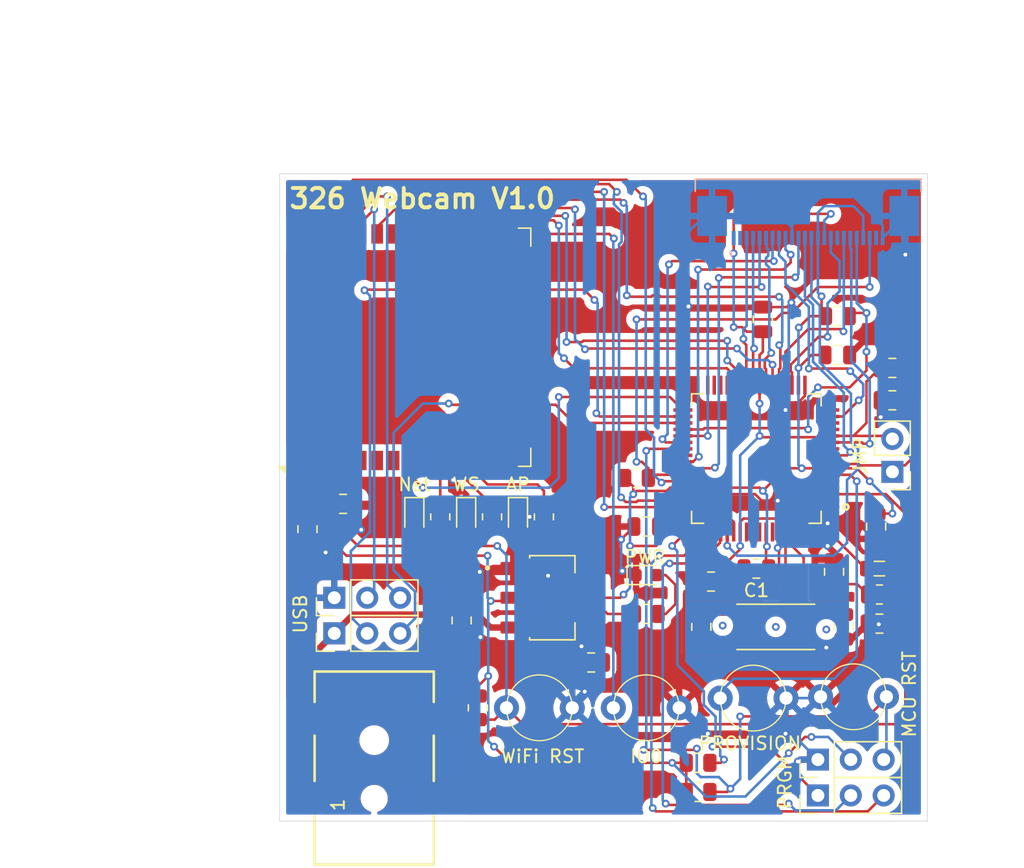
<source format=kicad_pcb>
(kicad_pcb (version 20241229) (generator "pcbnew") (generator_version "9.0")
  (layers (0 "F.Cu" signal) (2 "B.Cu" signal) (13 "F.Paste" user) (15 "B.Paste" user) (5 "F.SilkS" user "F.Silkscreen") (7 "B.SilkS" user "B.Silkscreen") (1 "F.Mask" user) (3 "B.Mask" user) (25 "Edge.Cuts" user))
  (net 0 "")
  (net 1 "GND")
  (net 2 "+3V0")
  (net 3 "Net-(J1-Pin_1)")
  (net 4 "VDD1V2")
  (net 5 "Net-(C5-Pad1)")
  (net 6 "Net-(C6-Pad1)")
  (net 7 "XTAL1")
  (net 8 "XTAL2")
  (net 9 "EN")
  (net 10 "+5V")
  (net 11 "Net-(D1-A)")
  (net 12 "Net-(D2-A)")
  (net 13 "Net-(D3-A)")
  (net 14 "Net-(D4-A)")
  (net 15 "VSYNC")
  (net 16 "D1")
  (net 17 "PCLK")
  (net 19 "D5")
  (net 21 "RST_CAM")
  (net 22 "HREF")
  (net 24 "D2")
  (net 25 "D4")
  (net 26 "D3")
  (net 27 "D6")
  (net 29 "D0")
  (net 30 "XCLK")
  (net 31 "D7")
  (net 32 "SWDIO")
  (net 33 "SWDCLK")
  (net 34 "SWO")
  (net 35 "NRST")
  (net 36 "MCU_RX")
  (net 37 "MCU_TX")
  (net 38 "ESP32_RX")
  (net 39 "ESP32_TX")
  (net 41 "SCL")
  (net 42 "SDA")
  (net 43 "Net-(U2-IO25)")
  (net 44 "Net-(U2-IO26)")
  (net 45 "Net-(U2-IO27)")
  (net 46 "PROVISION")
  (net 47 "IO0")
  (net 53 "CTRL2")
  (net 60 "CS")
  (net 61 "MISO")
  (net 63 "CTRL1")
  (net 66 "MOSI")
  (net 67 "SCK")
  (net 69 "CTRL3")
  (net 72 "CTRL0")
  (footprint "Resistor_SMD:R_0805_2012Metric" (layer "F.Cu") (at 193.25 55 180)
    (property "Reference" "R2" (hide yes))
    (property "Value" "1k")
  )
  (footprint "Capacitor_SMD:C_0805_2012Metric" (layer "F.Cu") (at 174.25 81.75 180)
    (property "Reference" "C12" (hide yes))
    (property "Value" "1u")
  )
  (footprint "Capacitor_SMD:C_0805_2012Metric" (layer "F.Cu") (at 187.5 55.25 90)
    (property "Reference" "C16" (hide yes))
    (property "Value" "0.1u")
  )
  (footprint "Resistor_SMD:R_0805_2012Metric" (layer "F.Cu") (at 196.5 76.5 180)
    (property "Reference" "R1" (hide yes))
    (property "Value" "1R0")
  )
  (footprint "Capacitor_SMD:C_0805_2012Metric" (layer "F.Cu") (at 183.5 75.5 180)
    (property "Reference" "C15" (hide yes))
    (property "Value" "0.1u")
  )
  (footprint "Capacitor_SMD:C_0805_2012Metric" (layer "F.Cu") (at 196.5 78.75 180)
    (property "Reference" "C6" (hide yes))
    (property "Value" "0.1u")
  )
  (footprint "Resistor_SMD:R_0805_2012Metric" (layer "F.Cu") (at 162.6 70.5 -90)
    (property "Reference" "R6" (hide yes))
    (property "Value" "330")
  )
  (footprint "Capacitor_SMD:C_0805_2012Metric" (layer "F.Cu") (at 193 74.75 90)
    (property "Reference" "C5" (hide yes))
    (property "Value" "4.7u")
  )
  (footprint "Button_Switch_THT:pushbutton" (layer "F.Cu") (at 186.75 84.5)
    (property "Reference" "PROVISION")
    (property "Value" "PROVISIONING_MODE")
  )
  (footprint "LED_SMD:LED_0603_1608Metric" (layer "F.Cu") (at 178.5 75)
    (property "Reference" "D4" (hide yes))
    (property "Value" "LED")
  )
  (footprint "Capacitor_SMD:C_0805_2012Metric" (layer "F.Cu") (at 197.5 59 180)
    (property "Reference" "C4" (hide yes))
    (property "Value" "0.1u")
  )
  (footprint "Resistor_SMD:R_0805_2012Metric" (layer "F.Cu") (at 166.6 70.5 -90)
    (property "Reference" "R7" (hide yes))
    (property "Value" "330")
  )
  (footprint "Package_QFP:QFP50P1200X1200X160-64N" (layer "F.Cu") (at 187 66 180)
    (property "Reference" "U1" (hide yes))
    (property "Value" "ATSAM4S8BA-AU")
  )
  (footprint "Connector_PinHeader_2.54mm:PinHeader_1x02_P2.54mm_Vertical" (layer "F.Cu") (at 197.5 67.025 180)
    (property "Reference" "JMP")
    (property "Value" "JMP")
  )
  (footprint "Capacitor_SMD:C_0805_2012Metric" (layer "F.Cu") (at 196.25 71.25 90)
    (property "Reference" "C2" (hide yes))
    (property "Value" "0.1u")
  )
  (footprint "Capacitor_SMD:C_0805_2012Metric" (layer "F.Cu") (at 193.75 79 -90)
    (property "Reference" "C7" (hide yes))
    (property "Value" "18p")
  )
  (footprint "Capacitor_SMD:C_0805_2012Metric" (layer "F.Cu") (at 164.25 78.5 -90)
    (property "Reference" "C11" (hide yes))
    (property "Value" "1u")
  )
  (footprint "Resistor_SMD:R_0805_2012Metric" (layer "F.Cu") (at 170.6 70.5 -90)
    (property "Reference" "R8" (hide yes))
    (property "Value" "330")
  )
  (footprint "LED_SMD:LED_0603_1608Metric" (layer "F.Cu") (at 164.6 70.5 -90)
    (property "Reference" "WS")
    (property "Value" "LED")
  )
  (footprint "Connector_PinHeader_2.54mm:PinHeader_1x03_P2.54mm_Vertical" (layer "F.Cu") (at 154.42 79.5 90)
    (property "Reference" "USB")
    (property "Value" "Conn_01x03")
  )
  (footprint "LED_SMD:LED_0603_1608Metric" (layer "F.Cu") (at 168.6 70.5 -90)
    (property "Reference" "AP")
    (property "Value" "LED")
  )
  (footprint "Capacitor_SMD:C_0805_2012Metric" (layer "F.Cu") (at 197.5 61.5)
    (property "Reference" "C3" (hide yes))
    (property "Value" "0.1u")
  )
  (footprint "Capacitor_SMD:C_0805_2012Metric" (layer "F.Cu") (at 187 74.5 180)
    (property "Reference" "C1")
    (property "Value" "0.1u")
  )
  (footprint "Capacitor_SMD:C_0805_2012Metric" (layer "F.Cu") (at 155.1 69.5)
    (property "Reference" "C10" (hide yes))
    (property "Value" "1u")
  )
  (footprint "Button_Switch_THT:pushbutton" (layer "F.Cu") (at 178.5 85.25)
    (property "Reference" "IO0")
    (property "Value" "IO0")
  )
  (footprint "Capacitor_SMD:C_0805_2012Metric" (layer "F.Cu") (at 152.35 71.45 -90)
    (property "Reference" "C14" (hide yes))
    (property "Value" "0.1u")
  )
  (footprint "RF_Module:ESP32-WROOM-32E" (layer "F.Cu") (at 156.64 57.4 90)
    (property "Reference" "U2" (hide yes))
    (property "Value" "ESP32-WROOM-32E")
  )
  (footprint "Resistor_SMD:R_0805_2012Metric" (layer "F.Cu") (at 177.75 67.5)
    (property "Reference" "R3" (hide yes))
    (property "Value" "1k")
  )
  (footprint "Capacitor_SMD:C_0805_2012Metric" (layer "F.Cu") (at 178.5 71.25 180)
    (property "Reference" "C9" (hide yes))
    (property "Value" "0.1u")
  )
  (footprint "Resistor_SMD:R_0805_2012Metric" (layer "F.Cu") (at 178.5 78)
    (property "Reference" "R10" (hide yes))
    (property "Value" "330")
  )
  (footprint "Inductor_SMD:L_0805_2012Metric" (layer "F.Cu") (at 196.5 74.5)
    (property "Reference" "L1" (hide yes))
    (property "Value" "10u")
  )
  (footprint "Button_Switch_THT:pushbutton" (layer "F.Cu") (at 194.5 84.4)
    (property "Reference" "MCU RST")
    (property "Value" "MCU_RESET")
  )
  (footprint "Resistor_SMD:R_0805_2012Metric" (layer "F.Cu") (at 165.5 85.25 -90)
    (property "Reference" "R5" (hide yes))
    (property "Value" "10k")
  )
  (footprint "Connector_PinHeader_2.54mm:PinHeader_1x03_P2.54mm_Vertical" (layer "F.Cu") (at 191.75 89.25 90)
    (property "Reference" "J4" (hide yes))
    (property "Value" "Conn_01x03")
  )
  (footprint "LED_SMD:LED_0603_1608Metric" (layer "F.Cu") (at 160.6 70.5 -90)
    (property "Reference" "Net")
    (property "Value" "LED")
  )
  (footprint "Connector_PinHeader_2.54mm:PinHeader_1x03_P2.54mm_Vertical" (layer "F.Cu") (at 191.75 92.02 90)
    (property "Reference" "PRGM")
    (property "Value" "Conn_01x03")
  )
  (footprint "Connector:694106106102" (layer "F.Cu") (at 157.5 90 90)
    (property "Reference" "J7" (hide yes))
    (property "Value" "694106106102")
  )
  (footprint "Capacitor_SMD:C_0805_2012Metric" (layer "F.Cu") (at 182.75 79 -90)
    (property "Reference" "C8" (hide yes))
    (property "Value" "18p")
  )
  (footprint "Connector_PinHeader_2.54mm:PinHeader_1x03_P2.54mm_Vertical" (layer "F.Cu") (at 154.42 76.75 90)
    (property "Reference" "J6" (hide yes))
    (property "Value" "Conn_01x03")
  )
  (footprint "Transformer_SMD:SOT230P700X180-4N" (layer "F.Cu") (at 171.25 76.75)
    (property "Reference" "U3" (hide yes))
    (property "Value" "LDL1117S30R")
  )
  (footprint "Resistor_SMD:R_0805_2012Metric" (layer "F.Cu") (at 182.5 91.75)
    (property "Reference" "R4" (hide yes))
    (property "Value" "10k")
  )
  (footprint "Capacitor_SMD:C_0805_2012Metric" (layer "F.Cu") (at 193.25 58)
    (property "Reference" "C13" (hide yes))
    (property "Value" "0.1u")
  )
  (footprint "Resistor_SMD:R_0805_2012Metric" (layer "F.Cu") (at 182.5 89.5)
    (property "Reference" "R9" (hide yes))
    (property "Value" "10k")
  )
  (footprint "Crystal:XTAL_ABM7-12.000MHZ-D2Y-T" (layer "F.Cu") (at 188.5 79 180)
    (property "Reference" "Y1" (hide yes))
    (property "Value" "12MHz")
  )
  (footprint "Button_Switch_THT:pushbutton" (layer "F.Cu") (at 170.25 85.25)
    (property "Reference" "WiFi RST")
    (property "Value" "ESP32_RESET")
  )
  (footprint "Connector:TE_2-1734592-4" (layer "B.Cu") (at 191 48.9625)
    (property "Reference" "J2" (hide yes))
    (property "Value" "OV2640Conn")
  )
  (gr_line (start 150.2 94) (end 200.2 94) (stroke (width 0.05)) (layer "Edge.Cuts"))
  (gr_line (start 200.2 94) (end 200.2 44) (stroke (width 0.05)) (layer "Edge.Cuts"))
  (gr_line (start 200.2 44) (end 150.2 44) (stroke (width 0.05)) (layer "Edge.Cuts"))
  (gr_line (start 150.2 44) (end 150.2 94) (stroke (width 0.05)) (layer "Edge.Cuts"))
  (gr_text "PWR" (at 178.4 73.6 0) (layer "F.SilkS") (effects (font (size 1 1))))
  (gr_text "326 Webcam V1.0" (at 150.8 46.8 0) (layer "F.SilkS") (effects (font (size 1.5 1.5) (thickness 0.3) (bold yes)) (justify left bottom)))
  (via (at 192.4 79.2) (size 0.6) (drill 0.3) (layers "F.Cu" "B.Cu") (net 0))
  (via (at 188.5 79) (size 0.6) (drill 0.3) (layers "F.Cu" "B.Cu") (net 0))
  (via (at 184.4 78.9) (size 0.6) (drill 0.3) (layers "F.Cu" "B.Cu") (net 0))
  (segment (start 193 73.8) (end 193 73.25) (width 0.5) (layer "F.Cu") (net 1))
  (segment (start 157.7 60.3) (end 159.1 60.3) (width 0.5) (layer "F.Cu") (net 1))
  (segment (start 157.7 60.3) (end 157.7 58.9) (width 0.5) (layer "F.Cu") (net 1))
  (segment (start 193.75 79.95) (end 194.35 79.95) (width 0.5) (layer "F.Cu") (net 1))
  (segment (start 164.592463 79.792463) (end 165.693934 79.792463) (width 0.5) (layer "F.Cu") (net 1))
  (segment (start 169.14 63.115) (end 163.315 63.115) (width 0.5) (layer "F.Cu") (net 1))
  (segment (start 151.174 71.224) (end 152.35 72.4) (width 0.5) (layer "F.Cu") (net 1))
  (segment (start 173.5 81.55) (end 173.3 81.75) (width 0.5) (layer "F.Cu") (net 1))
  (segment (start 181.574 76.476) (end 182.55 75.5) (width 0.5) (layer "F.Cu") (net 1))
  (segment (start 151.38 48.65) (end 151.38 51.18) (width 0.5) (layer "F.Cu") (net 1))
  (segment (start 161.25 82.45) (end 164.25 79.45) (width 0.2) (layer "F.Cu") (net 1))
  (segment (start 168.235 74.45) (end 168.836 75.051) (width 0.5) (layer "F.Cu") (net 1))
  (segment (start 163.315 63.115) (end 160.5 60.3) (width 0.5) (layer "F.Cu") (net 1))
  (segment (start 188.749999 72.800001) (end 188.749999 71.67) (width 0.2) (layer "F.Cu") (net 1))
  (segment (start 198.45 59) (end 198.45 50.3) (width 0.5) (layer "F.Cu") (net 1))
  (segment (start 193.1 80.6) (end 193.75 79.95) (width 0.2) (layer "F.Cu") (net 1))
  (segment (start 173.9162 83.8338) (end 179.6238 83.8338) (width 0.5) (layer "F.Cu") (net 1))
  (segment (start 164.6 69.7125) (end 165.2885 70.401) (width 0.2) (layer "F.Cu") (net 1))
  (segment (start 151.174 66.356) (end 151.174 71.224) (width 0.5) (layer "F.Cu") (net 1))
  (segment (start 183.726 76.676) (end 182.55 75.5) (width 0.5) (layer "F.Cu") (net 1))
  (segment (start 173.5 80.5) (end 173.5 81.55) (width 0.5) (layer "F.Cu") (net 1))
  (segment (start 195.188925 56.999) (end 196.449 56.999) (width 0.5) (layer "F.Cu") (net 1))
  (segment (start 168.7125 69.7125) (end 169.5 70.5) (width 0.2) (layer "F.Cu") (net 1))
  (segment (start 184.997292 76.676) (end 183.726 76.676) (width 0.5) (layer "F.Cu") (net 1))
  (segment (start 195.6 78.8) (end 195.55 78.75) (width 0.2) (layer "F.Cu") (net 1))
  (segment (start 160.6 69.7125) (end 156.2625 69.7125) (width 0.5) (layer "F.Cu") (net 1))
  (segment (start 196.449 56.999) (end 198.45 59) (width 0.5) (layer "F.Cu") (net 1))
  (segment (start 188.751 73.001) (end 188.751 75.21016) (width 0.2) (layer "F.Cu") (net 1))
  (segment (start 160.5 58.9) (end 160.5 57.5) (width 0.5) (layer "F.Cu") (net 1))
  (segment (start 168.836 75.051) (end 172.859312 75.051) (width 0.5) (layer "F.Cu") (net 1))
  (segment (start 192.669999 69.25) (end 190.75 69.25) (width 0.2) (layer "F.Cu") (net 1))
  (segment (start 194.35 79.95) (end 195.55 78.75) (width 0.5) (layer "F.Cu") (net 1))
  (segment (start 188.65 72.9) (end 188.749999 72.800001) (width 0.2) (layer "F.Cu") (net 1))
  (segment (start 164.6 68.65) (end 163.6 67.65) (width 0.2) (layer "F.Cu") (net 1))
  (segment (start 186.05 74.5) (end 186.05 75.623292) (width 0.5) (layer "F.Cu") (net 1))
  (segment (start 193.75 84.05) (end 192.887997 84.912003) (width 0.5) (layer "F.Cu") (net 1))
  (segment (start 192.4 80.6) (end 193.1 80.6) (width 0.2) (layer "F.Cu") (net 1))
  (segment (start 198.45 59) (end 198.45 59.6) (width 0.5) (layer "F.Cu") (net 1))
  (segment (start 160.5 57.5) (end 159.1 57.5) (width 0.5) (layer "F.Cu") (net 1))
  (segment (start 172.859312 75.051) (end 173.226312 74.684) (width 0.5) (layer "F.Cu") (net 1))
  (segment (start 157.7 57.5) (end 157.7 58.9) (width 0.5) (layer "F.Cu") (net 1))
  (segment (start 161.2885 70.401) (end 160.6 69.7125) (width 0.2) (layer "F.Cu") (net 1))
  (segment (start 156.05 71.05) (end 156.5 71.5) (width 0.5) (layer "F.Cu") (net 1))
  (segment (start 193 73.25) (end 192.5 72.75) (width 0.5) (layer "F.Cu") (net 1))
  (segment (start 151.38 51.18) (end 157.7 57.5) (width 0.5) (layer "F.Cu") (net 1))
  (segment (start 155.98 60.3) (end 157.7 60.3) (width 0.5) (layer "F.Cu") (net 1))
  (segment (start 160.5 60.3) (end 159.1 60.3) (width 0.5) (layer "F.Cu") (net 1))
  (segment (start 177.55 71.26) (end 176.56 72.25) (width 0.2) (layer "F.Cu") (net 1))
  (segment (start 159.1 58.9) (end 159.1 57.5) (width 0.5) (layer "F.Cu") (net 1))
  (segment (start 177.3965 74.684) (end 177.7125 75) (width 0.5) (layer "F.Cu") (net 1))
  (segment (start 196.45 78.8) (end 195.6 78.8) (width 0.2) (layer "F.Cu") (net 1))
  (segment (start 156.2625 69.7125) (end 156.05 69.5) (width 0.5) (layer "F.Cu") (net 1))
  (segment (start 153.2 73.25) (end 152.35 72.4) (width 0.5) (layer "F.Cu") (net 1))
  (segment (start 159.1 57.5) (end 157.7 57.5) (width 0.5) (layer "F.Cu") (net 1))
  (segment (start 167.9115 70.401) (end 168.6 69.7125) (width 0.2) (layer "F.Cu") (net 1))
  (segment (start 198.45 50.3) (end 198.5 50.25) (width 0.5) (layer "F.Cu") (net 1))
  (segment (start 181.8 54.3) (end 181.75 54.25) (width 0.2) (layer "F.Cu") (net 1))
  (segment (start 190.75 69.25) (end 192.5 71) (width 0.2) (layer "F.Cu") (net 1))
  (segment (start 173.75 84) (end 173.9162 83.8338) (width 0.5) (layer "F.Cu") (net 1))
  (segment (start 163 92.25) (end 161.25 90.5) (width 0.2) (layer "F.Cu") (net 1))
  (segment (start 153.75 73.25) (end 153.2 73.25) (width 0.5) (layer "F.Cu") (net 1))
  (segment (start 181.33 68.75) (end 186.900057 68.75) (width 0.2) (layer "F.Cu") (net 1))
  (segment (start 156.05 69.5) (end 156.05 71.05) (width 0.5) (layer "F.Cu") (net 1))
  (segment (start 190.75 69.25) (end 188.65 69.25) (width 0.2) (layer "F.Cu") (net 1))
  (segment (start 186.900057 68.75) (end 187.400057 69.25) (width 0.2) (layer "F.Cu") (net 1))
  (segment (start 179.6238 83.8338) (end 181.04 85.25) (width 0.5) (layer "F.Cu") (net 1))
  (segment (start 181.04 81.66) (end 181.04 85.25) (width 0.5) (layer "F.Cu") (net 1))
  (segment (start 163.9115 70.401) (end 161.2885 70.401) (width 0.2) (layer "F.Cu") (net 1))
  (segment (start 159.1 58.9) (end 159.1 60.3) (width 0.5) (layer "F.Cu") (net 1))
  (segment (start 187.5 54.3) (end 181.8 54.3) (width 0.2) (layer "F.Cu") (net 1))
  (segment (start 195.05 71) (end 196.25 72.2) (width 0.5) (layer "F.Cu") (net 1))
  (segment (start 151.38 66.15) (end 151.174 66.356) (width 0.5) (layer "F.Cu") (net 1))
  (segment (start 182.75 79.95) (end 181.04 81.66) (width 0.5) (layer "F.Cu") (net 1))
  (segment (start 193.75 79.95) (end 193.75 84.05) (width 0.5) (layer "F.Cu") (net 1))
  (segment (start 151.38 64.9) (end 155.98 60.3) (width 0.5) (layer "F.Cu") (net 1))
  (segment (start 196.55 62.75) (end 196.6 62.8) (width 0.5) (layer "F.Cu") (net 1))
  (segment (start 157.7 58.9) (end 159.1 58.9) (width 0.5) (layer "F.Cu") (net 1))
  (segment (start 186.05 75.623292) (end 184.997292 76.676) (width 0.5) (layer "F.Cu") (net 1))
  (segment (start 167.935 74.75) (end 168.235 74.45) (width 0.5) (layer "F.Cu") (net 1))
  (segment (start 192.5 71) (end 195.05 71) (width 0.5) (layer "F.Cu") (net 1))
  (segment (start 187.5 54.3) (end 189.35147 54.3) (width 0.2) (layer "F.Cu") (net 1))
  (segment (start 160.5 60.3) (end 160.5 58.9) (width 0.5) (layer "F.Cu") (net 1))
  (segment (start 164.25 79.45) (end 164.592463 79.792463) (width 0.5) (layer "F.Cu") (net 1))
  (segment (start 188.65 72.9) (end 188.751 73.001) (width 0.2) (layer "F.Cu") (net 1))
  (segment (start 194.2 57.987925) (end 195.188925 56.999) (width 0.5) (layer "F.Cu") (net 1))
  (segment (start 190.75 61.15) (end 189.65 62.25) (width 0.2) (layer "F.Cu") (net 1))
  (segment (start 198.45 59.6) (end 196.55 61.5) (width 0.5) (layer "F.Cu") (net 1))
  (segment (start 187.28516 76.676) (end 184.997292 76.676) (width 0.2) (layer "F.Cu") (net 1))
  (segment (start 164.6 69.7125) (end 163.9115 70.401) (width 0.2) (layer "F.Cu") (net 1))
  (segment (start 160.5 58.9) (end 159.1 58.9) (width 0.5) (layer "F.Cu") (net 1))
  (segment (start 165.65 74.75) (end 167.935 74.75) (width 0.5) (layer "F.Cu") (net 1))
  (segment (start 189.35147 54.3) (end 189.700735 53.950735) (width 0.2) (layer "F.Cu") (net 1))
  (segment (start 173.226312 74.684) (end 177.3965 74.684) (width 0.5) (layer "F.Cu") (net 1))
  (segment (start 181.574 78.774) (end 181.574 76.476) (width 0.5) (layer "F.Cu") (net 1))
  (segment (start 161.25 90.5) (end 161.25 82.45) (width 0.2) (layer "F.Cu") (net 1))
  (segment (start 151.38 66.15) (end 151.38 64.9) (width 0.5) (layer "F.Cu") (net 1))
  (segment (start 189.65 62.25) (end 189.25 62.25) (width 0.2) (layer "F.Cu") (net 1))
  (segment (start 187.400057 69.25) (end 188.65 69.25) (width 0.2) (layer "F.Cu") (net 1))
  (segment (start 190.75 60.33) (end 190.75 61.15) (width 0.2) (layer "F.Cu") (net 1))
  (segment (start 183.25 87.25) (end 189.25 87.25) (width 0.5) (layer "F.Cu") (net 1))
  (segment (start 188.751 75.21016) (end 187.28516 76.676) (width 0.2) (layer "F.Cu") (net 1))
  (segment (start 165.2885 70.401) (end 167.9115 70.401) (width 0.2) (layer "F.Cu") (net 1))
  (segment (start 182.75 79.95) (end 181.574 78.774) (width 0.5) (layer "F.Cu") (net 1))
  (segment (start 168.6 69.7125) (end 168.7125 69.7125) (width 0.2) (layer "F.Cu") (net 1))
  (segment (start 192.887997 84.912003) (end 192.507997 84.912003) (width 0.5) (layer "F.Cu") (net 1))
  (segment (start 194.2 58) (end 194.2 57.987925) (width 0.5) (layer "F.Cu") (net 1))
  (segment (start 177.55 71.25) (end 177.55 71.26) (width 0.2) (layer "F.Cu") (net 1))
  (segment (start 164.6 69.7125) (end 164.6 68.65) (width 0.2) (layer "F.Cu") (net 1))
  (segment (start 196.55 61.5) (end 196.55 62.75) (width 0.5) (layer "F.Cu") (net 1))
  (via (at 196.6 62.8) (size 0.6) (drill 0.3) (layers "F.Cu" "B.Cu") (net 1))
  (via (at 188.65 72.9) (size 0.6) (drill 0.3) (layers "F.Cu" "B.Cu") (net 1))
  (via (at 173.5 80.5) (size 0.6) (drill 0.3) (layers "F.Cu" "B.Cu") (net 1))
  (via (at 192.4 80.6) (size 0.6) (drill 0.3) (layers "F.Cu" "B.Cu") (net 1))
  (via (at 192.5 71) (size 0.6) (drill 0.3) (layers "F.Cu" "B.Cu") (net 1))
  (via (at 189.25 87.25) (size 0.6) (drill 0.3) (layers "F.Cu" "B.Cu") (net 1))
  (via (at 170.9238 75.051) (size 0.6) (drill 0.3) (layers "F.Cu" "B.Cu") (net 1))
  (via (at 189.700735 53.950735) (size 0.6) (drill 0.3) (layers "F.Cu" "B.Cu") (net 1))
  (via (at 165.693934 79.792463) (size 0.6) (drill 0.3) (layers "F.Cu" "B.Cu") (net 1))
  (via (at 176.56 72.25) (size 0.6) (drill 0.3) (layers "F.Cu" "B.Cu") (net 1))
  (via (at 156.5 71.5) (size 0.6) (drill 0.3) (layers "F.Cu" "B.Cu") (net 1))
  (via (at 190.2 89.4) (size 0.6) (drill 0.3) (layers "F.Cu" "B.Cu") (net 1))
  (via (at 169.5 70.5) (size 0.6) (drill 0.3) (layers "F.Cu" "B.Cu") (net 1))
  (via (at 165.65 74.75) (size 0.6) (drill 0.3) (layers "F.Cu" "B.Cu") (net 1))
  (via (at 198.5 50.25) (size 0.6) (drill 0.3) (layers "F.Cu" "B.Cu") (net 1))
  (via (at 189.25 62.25) (size 0.6) (drill 0.3) (layers "F.Cu" "B.Cu") (net 1))
  (via (at 153.75 73.25) (size 0.6) (drill 0.3) (layers "F.Cu" "B.Cu") (net 1))
  (via (at 163.6 67.65) (size 0.6) (drill 0.3) (layers "F.Cu" "B.Cu") (net 1))
  (via (at 196.45 78.8) (size 0.6) (drill 0.3) (layers "F.Cu" "B.Cu") (net 1))
  (via (at 192.5 72.75) (size 0.6) (drill 0.3) (layers "F.Cu" "B.Cu") (net 1))
  (via (at 181.75 54.25) (size 0.6) (drill 0.3) (layers "F.Cu" "B.Cu") (net 1))
  (via (at 176.65 74.684) (size 0.6) (drill 0.3) (layers "F.Cu" "B.Cu") (net 1))
  (via (at 173.75 84) (size 0.6) (drill 0.3) (layers "F.Cu" "B.Cu") (net 1))
  (via (at 188.65 69.25) (size 0.6) (drill 0.3) (layers "F.Cu" "B.Cu") (net 1))
  (via (at 183.25 87.25) (size 0.6) (drill 0.3) (layers "F.Cu" "B.Cu") (net 1))
  (segment (start 172.79 81.21) (end 173.5 80.5) (width 0.5) (layer "B.Cu") (net 1))
  (segment (start 172.79 85.25) (end 172.79 84.96) (width 0.5) (layer "B.Cu") (net 1))
  (segment (start 189.25 85.29) (end 189.29 85.25) (width 0.5) (layer "B.Cu") (net 1))
  (segment (start 196.4 77.6) (end 196.4 78.75) (width 0.2) (layer "B.Cu") (net 1))
  (segment (start 189.700735 53.950735) (end 189.5 54.15147) (width 0.2) (layer "B.Cu") (net 1))
  (segment (start 183.58 47.2625) (end 188.852 47.2625) (width 0.2) (layer "B.Cu") (net 1))
  (segment (start 189.75 48.9625) (end 189.75 47.25) (width 0.2) (layer "B.Cu") (net 1))
  (segment (start 189.25 62.25) (end 188.65 62.85) (width 0.2) (layer "B.Cu") (net 1))
  (segment (start 181.25 85.25) (end 183.25 87.25) (width 0.5) (layer "B.Cu") (net 1))
  (segment (start 165.693934 74.793934) (end 165.65 74.75) (width 0.5) (layer "B.Cu") (net 1))
  (segment (start 181.75 54.25) (end 181.75 48.5) (width 0.2) (layer "B.Cu") (net 1))
  (segment (start 189.75 48.1605) (end 189.75 48.9625) (width 0.2) (layer "B.Cu") (net 1))
  (segment (start 170.9238 71.9238) (end 170.9238 75.051) (width 0.2) (layer "B.Cu") (net 1))
  (segment (start 172.79 85.25) (end 172.79 81.21) (width 0.5) (layer "B.Cu") (net 1))
  (segment (start 198.42 47.2925) (end 196.75 48.9625) (width 0.2) (layer "B.Cu") (net 1))
  (segment (start 154.42 73.92) (end 153.75 73.25) (width 0.2) (layer "B.Cu") (net 1))
  (segment (start 194.5 45.75) (end 196.75 48) (width 0.2) (layer "B.Cu") (net 1))
  (segment (start 176.56 74.594) (end 176.65 74.684) (width 0.2) (layer "B.Cu") (net 1))
  (segment (start 181.04 85.25) (end 181.25 85.25) (width 0.5) (layer "B.Cu") (net 1))
  (segment (start 176.56 72.25) (end 176.56 74.594) (width 0.2) (layer "B.Cu") (net 1))
  (segment (start 181.75 48.5) (end 182.9875 47.2625) (width 0.2) (layer "B.Cu") (net 1))
  (segment (start 198.5 50.25) (end 198.5 47.3425) (width 0.5) (layer "B.Cu") (net 1))
  (segment (start 196.4 78.75) (end 196.45 78.8) (width 0.2) (layer "B.Cu") (net 1))
  (segment (start 188.65 62.85) (end 188.65 69.25) (width 0.2) (layer "B.Cu") (net 1))
  (segment (start 198.5 47.3425) (end 198.42 47.2625) (width 0.5) (layer "B.Cu") (net 1))
  (segment (start 188.852 47.2625) (end 189.75 48.1605) (width 0.2) (layer "B.Cu") (net 1))
  (segment (start 196.75 48) (end 196.75 48.9625) (width 0.2) (layer "B.Cu") (net 1))
  (segment (start 172.79 84.96) (end 173.75 84) (width 0.5) (layer "B.Cu") (net 1))
  (segment (start 189.5 62) (end 189.25 62.25) (width 0.2) (layer "B.Cu") (net 1))
  (segment (start 192.5 72.75) (end 192.5 71) (width 0.5) (layer "B.Cu") (net 1))
  (segment (start 189.75 87.25) (end 189.25 87.25) (width 0.2) (layer "B.Cu") (net 1))
  (segment (start 189.25 87.25) (end 189.25 85.29) (width 0.5) (layer "B.Cu") (net 1))
  (segment (start 189.75 47.25) (end 191.25 45.75) (width 0.2) (layer "B.Cu") (net 1))
  (segment (start 182.9875 47.2625) (end 183.58 47.2625) (width 0.2) (layer "B.Cu") (net 1))
  (segment (start 189.5 54.15147) (end 189.5 62) (width 0.2) (layer "B.Cu") (net 1))
  (segment (start 191.75 89.25) (end 189.75 87.25) (width 0.2) (layer "B.Cu") (net 1))
  (segment (start 189.29 84.5) (end 192.17 84.5) (width 0.2) (layer "B.Cu") (net 1))
  (segment (start 154.42 76.75) (end 154.42 73.92) (width 0.2) (layer "B.Cu") (net 1))
  (segment (start 191.25 45.75) (end 194.5 45.75) (width 0.2) (layer "B.Cu") (net 1))
  (segment (start 169.5 70.5) (end 170.9238 71.9238) (width 0.2) (layer "B.Cu") (net 1))
  (segment (start 170.9238 77.9238) (end 173.5 80.5) (width 0.2) (layer "B.Cu") (net 1))
  (segment (start 165.693934 79.792463) (end 165.693934 74.793934) (width 0.5) (layer "B.Cu") (net 1))
  (segment (start 170.9238 75.051) (end 170.9238 77.9238) (width 0.2) (layer "B.Cu") (net 1))
  (segment (start 156.5 71.5) (end 155.5 71.5) (width 0.5) (layer "B.Cu") (net 1))
  (segment (start 155.5 71.5) (end 153.75 73.25) (width 0.5) (layer "B.Cu") (net 1))
  (segment (start 188.65 69.25) (end 188.65 72.9) (width 0.2) (layer "B.Cu") (net 1))
  (segment (start 198.42 47.2625) (end 198.42 47.2925) (width 0.2) (layer "B.Cu") (net 1))
  (segment (start 177.5 68.1625) (end 176.8375 67.5) (width 0.2) (layer "F.Cu") (net 2))
  (segment (start 175.515 78) (end 177.5875 78) (width 0.2) (layer "F.Cu") (net 2))
  (segment (start 196.3 70.25) (end 196.25 70.3) (width 0.2) (layer "F.Cu") (net 2))
  (segment (start 192.031196 53.468804) (end 192.031196 54.693696) (width 0.2) (layer "F.Cu") (net 2))
  (segment (start 167.985 77) (end 168.235 76.75) (width 0.2) (layer "F.Cu") (net 2))
  (segment (start 166.5 77) (end 167.985 77) (width 0.2) (layer "F.Cu") (net 2))
  (segment (start 192.3375 55) (end 191.15147 55) (width 0.2) (layer "F.Cu") (net 2))
  (segment (start 177.25 72.75) (end 179.25 72.75) (width 0.2) (layer "F.Cu") (net 2))
  (segment (start 174.265 80.815) (end 175.2 81.75) (width 0.2) (layer "F.Cu") (net 2))
  (segment (start 168.235 76.75) (end 174.265 76.75) (width 0.2) (layer "F.Cu") (net 2))
  (segment (start 187.95 74.5) (end 187.750001 74.300001) (width 0.2) (layer "F.Cu") (net 2))
  (segment (start 191.25 58) (end 190.25 59) (width 0.2) (layer "F.Cu") (net 2))
  (segment (start 176.75 76.5) (end 176.5 76.75) (width 0.2) (layer "F.Cu") (net 2))
  (segment (start 192.3 58) (end 191.25 58) (width 0.2) (layer "F.Cu") (net 2))
  (segment (start 174.265 76.75) (end 174.265 80.815) (width 0.2) (layer "F.Cu") (net 2))
  (segment (start 197.5 70.25) (end 196.3 70.25) (width 0.2) (layer "F.Cu") (net 2))
  (segment (start 180.33884 68.25) (end 180.08784 68.501) (width 0.2) (layer "F.Cu") (net 2))
  (segment (start 179.45 72.55) (end 179.45 71.25) (width 0.2) (layer "F.Cu") (net 2))
  (segment (start 194.750001 66.750001) (end 195.75 67.75) (width 0.2) (layer "F.Cu") (net 2))
  (segment (start 179.25 72.75) (end 179.45 72.55) (width 0.2) (layer "F.Cu") (net 2))
  (segment (start 180.5 89.5) (end 168 89.5) (width 0.2) (layer "F.Cu") (net 2))
  (segment (start 187.25 68.25) (end 187.5 68.5) (width 0.2) (layer "F.Cu") (net 2))
  (segment (start 187.750001 74.300001) (end 187.750001 71.67) (width 0.2) (layer "F.Cu") (net 2))
  (segment (start 177.5 68.75) (end 177.5 68.1625) (width 0.2) (layer "F.Cu") (net 2))
  (segment (start 177.749 68.501) (end 177.5 68.75) (width 0.2) (layer "F.Cu") (net 2))
  (segment (start 190.25 59) (end 190.25 60.330001) (width 0.2) (layer "F.Cu") (net 2))
  (segment (start 181.33 68.25) (end 180.33884 68.25) (width 0.2) (layer "F.Cu") (net 2))
  (segment (start 190.5 66.750001) (end 189.249999 66.750001) (width 0.2) (layer "F.Cu") (net 2))
  (segment (start 192.031196 54.693696) (end 192.3375 55) (width 0.2) (layer "F.Cu") (net 2))
  (segment (start 181.5875 89.5) (end 180.5 89.5) (width 0.2) (layer "F.Cu") (net 2))
  (segment (start 152.35 70.5) (end 155.35 73.5) (width 0.2) (layer "F.Cu") (net 2))
  (segment (start 165.5 83.6) (end 166.3 82.8) (width 0.2) (layer "F.Cu") (net 2))
  (segment (start 181.33 68.25) (end 187.25 68.25) (width 0.2) (layer "F.Cu") (net 2))
  (segment (start 192.67 66.750001) (end 194.750001 66.750001) (width 0.2) (layer "F.Cu") (net 2))
  (segment (start 165.5 84.3375) (end 165.5 83.6) (width 0.2) (layer "F.Cu") (net 2))
  (segment (start 192.67 66.750001) (end 190.5 66.750001) (width 0.2) (layer "F.Cu") (net 2))
  (segment (start 189.249999 66.750001) (end 187.5 68.5) (width 0.2) (layer "F.Cu") (net 2))
  (segment (start 152.65 66.15) (end 152.65 70.2) (width 0.2) (layer "F.Cu") (net 2))
  (segment (start 191.25 87.5) (end 190.75 87.5) (width 0.2) (layer "F.Cu") (net 2))
  (segment (start 174.265 76.75) (end 175.515 78) (width 0.2) (layer "F.Cu") (net 2))
  (segment (start 190.75 87.5) (end 189.5 88.75) (width 0.2) (layer "F.Cu") (net 2))
  (segment (start 155.35 73.5) (end 166.25 73.5) (width 0.2) (layer "F.Cu") (net 2))
  (segment (start 152.65 70.2) (end 152.35 70.5) (width 0.2) (layer "F.Cu") (net 2))
  (segment (start 168 89.5) (end 166.75 88.25) (width 0.2) (layer "F.Cu") (net 2))
  (segment (start 181.5875 89.5) (end 181.5875 91.75) (width 0.2) (layer "F.Cu") (net 2))
  (segment (start 176.5 76.75) (end 174.265 76.75) (width 0.2) (layer "F.Cu") (net 2))
  (segment (start 191.15147 55) (end 190.275735 55.875735) (width 0.2) (layer "F.Cu") (net 2))
  (segment (start 180.08784 68.501) (end 177.749 68.501) (width 0.2) (layer "F.Cu") (net 2))
  (via (at 177.5 68.75) (size 0.6) (drill 0.3) (layers "F.Cu" "B.Cu") (net 2))
  (via (at 189.5 88.75) (size 0.6) (drill 0.3) (layers "F.Cu" "B.Cu") (net 2))
  (via (at 166.3 82.8) (size 0.6) (drill 0.3) (layers "F.Cu" "B.Cu") (net 2))
  (via (at 190.25 59) (size 0.6) (drill 0.3) (layers "F.Cu" "B.Cu") (net 2))
  (via (at 177.25 72.75) (size 0.6) (drill 0.3) (layers "F.Cu" "B.Cu") (net 2))
  (via (at 166.25 73.5) (size 0.6) (drill 0.3) (layers "F.Cu" "B.Cu") (net 2))
  (via (at 187.817848 72.790571) (size 0.6) (drill 0.3) (layers "F.Cu" "B.Cu") (net 2))
  (via (at 190.275735 55.875735) (size 0.6) (drill 0.3) (layers "F.Cu" "B.Cu") (net 2))
  (via (at 166.75 88.25) (size 0.6) (drill 0.3) (layers "F.Cu" "B.Cu") (net 2))
  (via (at 166.5 77) (size 0.6) (drill 0.3) (layers "F.Cu" "B.Cu") (net 2))
  (via (at 176.75 76.5) (size 0.6) (drill 0.3) (layers "F.Cu" "B.Cu") (net 2))
  (via (at 187.5 68.5) (size 0.6) (drill 0.3) (layers "F.Cu" "B.Cu") (net 2))
  (via (at 190.5 66.750001) (size 0.6) (drill 0.3) (layers "F.Cu" "B.Cu") (net 2))
  (via (at 191.25 87.5) (size 0.6) (drill 0.3) (layers "F.Cu" "B.Cu") (net 2))
  (via (at 195.75 67.75) (size 0.6) (drill 0.3) (layers "F.Cu" "B.Cu") (net 2))
  (via (at 192.031196 53.468804) (size 0.6) (drill 0.3) (layers "F.Cu" "B.Cu") (net 2))
  (via (at 180.5 89.5) (size 0.6) (drill 0.3) (layers "F.Cu" "B.Cu") (net 2))
  (via (at 197.5 70.25) (size 0.6) (drill 0.3) (layers "F.Cu" "B.Cu") (net 2))
  (segment (start 190.25 66.500001) (end 190.5 66.750001) (width 0.2) (layer "B.Cu") (net 2))
  (segment (start 191.75 48.9625) (end 191.75 53.187608) (width 0.2) (layer "B.Cu") (net 2))
  (segment (start 191.75 48.9625) (end 191.75 47) (width 0.2) (layer "B.Cu") (net 2))
  (segment (start 192.54 87.5) (end 191.25 87.5) (width 0.2) (layer "B.Cu") (net 2))
  (segment (start 166.3 87.8) (end 166.3 82.8) (width 0.2) (layer "B.Cu") (net 2))
  (segment (start 192.25 46.5) (end 194.5 46.5) (width 0.2) (layer "B.Cu") (net 2))
  (segment (start 197.5 69.5) (end 197.5 70.25) (width 0.2) (layer "B.Cu") (net 2))
  (segment (start 190.25 59) (end 190.25 66.500001) (width 0.2) (layer "B.Cu") (net 2))
  (segment (start 166.75 88.25) (end 166.3 87.8) (width 0.2) (layer "B.Cu") (net 2))
  (segment (start 186.149 92.101) (end 183.101 92.101) (width 0.2) (layer "B.Cu") (net 2))
  (segment (start 195.25 47.25) (end 195.25 48.9625) (width 0.2) (layer "B.Cu") (net 2))
  (segment (start 177.25 72.75) (end 177.25 76) (width 0.2) (layer "B.Cu") (net 2))
  (segment (start 177.25 69) (end 177.25 72.75) (width 0.2) (layer "B.Cu") (net 2))
  (segment (start 183.101 92.101) (end 180.5 89.5) (width 0.2) (layer "B.Cu") (net 2))
  (segment (start 194.5 46.5) (end 195.25 47.25) (width 0.2) (layer "B.Cu") (net 2))
  (segment (start 187.817848 68.817848) (end 187.817848 72.790571) (width 0.2) (layer "B.Cu") (net 2))
  (segment (start 187.5 68.5) (end 187.817848 68.817848) (width 0.2) (layer "B.Cu") (net 2))
  (segment (start 190.275735 55.875735) (end 190.25 55.90147) (width 0.2) (layer "B.Cu") (net 2))
  (segment (start 166.25 73.5) (end 166.25 76.75) (width 0.2) (layer "B.Cu") (net 2))
  (segment (start 189.5 88.75) (end 186.149 92.101) (width 0.2) (layer "B.Cu") (net 2))
  (segment (start 191.75 47) (end 192.25 46.5) (width 0.2) (layer "B.Cu") (net 2))
  (segment (start 166.3 82.8) (end 166.3 77.2) (width 0.2) (layer "B.Cu") (net 2))
  (segment (start 166.25 76.75) (end 166.5 77) (width 0.2) (layer "B.Cu") (net 2))
  (segment (start 195.75 67.75) (end 197.5 69.5) (width 0.2) (layer "B.Cu") (net 2))
  (segment (start 194.29 89.25) (end 192.54 87.5) (width 0.2) (layer "B.Cu") (net 2))
  (segment (start 190.25 55.90147) (end 190.25 59) (width 0.2) (layer "B.Cu") (net 2))
  (segment (start 166.3 77.2) (end 166.5 77) (width 0.2) (layer "B.Cu") (net 2))
  (segment (start 177.5 68.75) (end 177.25 69) (width 0.2) (layer "B.Cu") (net 2))
  (segment (start 191.75 53.187608) (end 192.031196 53.468804) (width 0.2) (layer "B.Cu") (net 2))
  (segment (start 177.25 76) (end 176.75 76.5) (width 0.2) (layer "B.Cu") (net 2))
  (segment (start 194.885863 66.422001) (end 194.988862 66.525) (width 0.2) (layer "F.Cu") (net 3))
  (segment (start 193.618842 66.422001) (end 194.885863 66.422001) (width 0.2) (layer "F.Cu") (net 3))
  (segment (start 194.988862 66.525) (end 198.475 66.525) (width 0.2) (layer "F.Cu") (net 3))
  (segment (start 199.5 65.5) (end 199.5 62.3) (width 0.2) (layer "F.Cu") (net 3))
  (segment (start 193.510842 66.314001) (end 193.618842 66.422001) (width 0.2) (layer "F.Cu") (net 3))
  (segment (start 192.67 66.25) (end 192.734001 66.314001) (width 0.2) (layer "F.Cu") (net 3))
  (segment (start 198.475 66.525) (end 199.5 65.5) (width 0.2) (layer "F.Cu") (net 3))
  (segment (start 192.734001 66.314001) (end 193.510842 66.314001) (width 0.2) (layer "F.Cu") (net 3))
  (segment (start 199.5 62.3) (end 198.2 61) (width 0.2) (layer "F.Cu") (net 3))
  (segment (start 186.25 56.2) (end 187.5 56.2) (width 0.2) (layer "F.Cu") (net 4))
  (segment (start 185.25 47.5) (end 185.25 50.15) (width 0.2) (layer "F.Cu") (net 4))
  (segment (start 185.75 70.893157) (end 186.009157 70.634) (width 0.2) (layer "F.Cu") (net 4))
  (segment (start 191.893157 64.250001) (end 192.67 64.250001) (width 0.2) (layer "F.Cu") (net 4))
  (segment (start 191.792158 64.351) (end 191.893157 64.250001) (width 0.2) (layer "F.Cu") (net 4))
  (segment (start 187.351 64.351) (end 191.792158 64.351) (width 0.2) (layer "F.Cu") (net 4))
  (segment (start 190.750001 71.669999) (end 192.607499 71.669999) (width 0.2) (layer "F.Cu") (net 4))
  (segment (start 185.9 55.85) (end 186.25 56.2) (width 0.2) (layer "F.Cu") (net 4))
  (segment (start 187.5 57.75) (end 187.25 58) (width 0.2) (layer "F.Cu") (net 4))
  (segment (start 187.25 58) (end 187.25 60.33) (width 0.2) (layer "F.Cu") (net 4))
  (segment (start 195.5 60.05) (end 195.5 63.250001) (width 0.2) (layer "F.Cu") (net 4))
  (segment (start 194.5 64.250001) (end 196.984999 64.250001) (width 0.2) (layer "F.Cu") (net 4))
  (segment (start 190.750001 70.750001) (end 190.750001 71.669999) (width 0.2) (layer "F.Cu") (net 4))
  (segment (start 187.25 60.33) (end 187.25 61.75) (width 0.2) (layer "F.Cu") (net 4))
  (segment (start 190.634 70.634) (end 190.750001 70.750001) (width 0.2) (layer "F.Cu") (net 4))
  (segment (start 187.25 64.25) (end 187.351 64.351) (width 0.2) (layer "F.Cu") (net 4))
  (segment (start 195.5 63.250001) (end 194.5 64.250001) (width 0.2) (layer "F.Cu") (net 4))
  (segment (start 185.5 47.25) (end 185.25 47.5) (width 0.2) (layer "F.Cu") (net 4))
  (segment (start 192.67 64.250001) (end 194.5 64.250001) (width 0.2) (layer "F.Cu") (net 4))
  (segment (start 187.5 56.2) (end 187.5 57.75) (width 0.2) (layer "F.Cu") (net 4))
  (segment (start 192.607499 71.669999) (end 195.4375 74.5) (width 0.2) (layer "F.Cu") (net 4))
  (segment (start 185.65 47.1) (end 185.5 47.25) (width 0.2) (layer "F.Cu") (net 4))
  (segment (start 184.45 74.3) (end 184.45 75.5) (width 0.2) (layer "F.Cu") (net 4))
  (segment (start 185.25 55.85) (end 185.9 55.85) (width 0.2) (layer "F.Cu") (net 4))
  (segment (start 196.984999 64.250001) (end 197.25 63.985) (width 0.2) (layer "F.Cu") (net 4))
  (segment (start 192.75 47.1) (end 185.65 47.1) (width 0.2) (layer "F.Cu") (net 4))
  (segment (start 186.009157 70.634) (end 190.634 70.634) (width 0.2) (layer "F.Cu") (net 4))
  (segment (start 185.75 71.67) (end 185.75 70.893157) (width 0.2) (layer "F.Cu") (net 4))
  (segment (start 185.75 73) (end 184.45 74.3) (width 0.2) (layer "F.Cu") (net 4))
  (segment (start 196.55 59) (end 195.5 60.05) (width 0.2) (layer "F.Cu") (net 4))
  (segment (start 185.75 71.67) (end 185.75 73) (width 0.2) (layer "F.Cu") (net 4))
  (via (at 185.25 50.15) (size 0.6) (drill 0.3) (layers "F.Cu" "B.Cu") (net 4))
  (via (at 185.25 55.85) (size 0.6) (drill 0.3) (layers "F.Cu" "B.Cu") (net 4))
  (via (at 185.75 72.75) (size 0.6) (drill 0.3) (layers "F.Cu" "B.Cu") (net 4))
  (via (at 192.75 47.1) (size 0.6) (drill 0.3) (layers "F.Cu" "B.Cu") (net 4))
  (via (at 187.25 61.75) (size 0.6) (drill 0.3) (layers "F.Cu" "B.Cu") (net 4))
  (via (at 187.25 64.25) (size 0.6) (drill 0.3) (layers "F.Cu" "B.Cu") (net 4))
  (segment (start 192.25 48.9625) (end 192.25 47.6) (width 0.2) (layer "B.Cu") (net 4))
  (segment (start 185.25 50.15) (end 185.25 55.85) (width 0.2) (layer "B.Cu") (net 4))
  (segment (start 187.25 61.75) (end 187.25 64.25) (width 0.2) (layer "B.Cu") (net 4))
  (segment (start 192.25 47.6) (end 192.75 47.1) (width 0.2) (layer "B.Cu") (net 4))
  (segment (start 187.25 64.25) (end 185.75 65.75) (width 0.2) (layer "B.Cu") (net 4))
  (segment (start 185.75 65.75) (end 185.75 72.75) (width 0.2) (layer "B.Cu") (net 4))
  (segment (start 193 75.7) (end 194.7875 75.7) (width 0.2) (layer "F.Cu") (net 5))
  (segment (start 194.7875 75.7) (end 195.5875 76.5) (width 0.2) (layer "F.Cu") (net 5))
  (segment (start 197.4125 76.5) (end 197.4125 76.9125) (width 0.2) (layer "F.Cu") (net 6))
  (segment (start 197.4125 76.9125) (end 197.45 76.95) (width 0.2) (layer "F.Cu") (net 6))
  (segment (start 197.5625 74.5) (end 197.5625 76.35) (width 0.2) (layer "F.Cu") (net 6))
  (segment (start 197.45 76.95) (end 197.45 78.75) (width 0.2) (layer "F.Cu") (net 6))
  (segment (start 197.5625 76.35) (end 197.4125 76.5) (width 0.2) (layer "F.Cu") (net 6))
  (segment (start 190.650001 79) (end 191.650001 78) (width 0.2) (layer "F.Cu") (net 7))
  (segment (start 190.650001 73.650001) (end 190.650001 79) (width 0.2) (layer "F.Cu") (net 7))
  (segment (start 193.7 78) (end 193.75 78.05) (width 0.2) (layer "F.Cu") (net 7))
  (segment (start 191.650001 78) (end 193.7 78) (width 0.2) (layer "F.Cu") (net 7))
  (segment (start 189.75 71.67) (end 189.75 72.75) (width 0.2) (layer "F.Cu") (net 7))
  (segment (start 189.75 72.75) (end 190.650001 73.650001) (width 0.2) (layer "F.Cu") (net 7))
  (segment (start 185.399999 78.05) (end 186.349999 79) (width 0.2) (layer "F.Cu") (net 8))
  (segment (start 189.25 71.67) (end 189.25 77) (width 0.2) (layer "F.Cu") (net 8))
  (segment (start 187.849999 77.5) (end 186.349999 79) (width 0.2) (layer "F.Cu") (net 8))
  (segment (start 189.25 77) (end 188.75 77.5) (width 0.2) (layer "F.Cu") (net 8))
  (segment (start 188.75 77.5) (end 187.849999 77.5) (width 0.2) (layer "F.Cu") (net 8))
  (segment (start 182.75 78.05) (end 185.399999 78.05) (width 0.2) (layer "F.Cu") (net 8))
  (segment (start 155.75 72.25) (end 156.25 72.75) (width 0.2) (layer "F.Cu") (net 9))
  (segment (start 154.15 70.65) (end 155.75 72.25) (width 0.2) (layer "F.Cu") (net 9))
  (segment (start 153.92 69.27) (end 154.15 69.5) (width 0.2) (layer "F.Cu") (net 9))
  (segment (start 198.5 85.75) (end 197.7338 86.5162) (width 0.2) (layer "F.Cu") (net 9))
  (segment (start 192.669999 68.75) (end 197 68.75) (width 0.2) (layer "F.Cu") (net 9))
  (segment (start 165.5 86.1625) (end 166.7975 86.1625) (width 0.2) (layer "F.Cu") (net 9))
  (segment (start 167.3725 84.9125) (end 167.71 85.25) (width 0.2) (layer "F.Cu") (net 9))
  (segment (start 166.7975 86.1625) (end 167.71 85.25) (width 0.2) (layer "F.Cu") (net 9))
  (segment (start 156.25 72.75) (end 167 72.75) (width 0.2) (layer "F.Cu") (net 9))
  (segment (start 198.5 70.25) (end 198.5 85.75) (width 0.2) (layer "F.Cu") (net 9))
  (segment (start 197.7338 86.5162) (end 168.9762 86.5162) (width 0.2) (layer "F.Cu") (net 9))
  (segment (start 168.9762 86.5162) (end 167.71 85.25) (width 0.2) (layer "F.Cu") (net 9))
  (segment (start 153.92 66.15) (end 153.92 69.27) (width 0.2) (layer "F.Cu") (net 9))
  (segment (start 197 68.75) (end 198.5 70.25) (width 0.2) (layer "F.Cu") (net 9))
  (segment (start 154.15 69.5) (end 154.15 70.65) (width 0.2) (layer "F.Cu") (net 9))
  (via (at 167 72.75) (size 0.6) (drill 0.3) (layers "F.Cu" "B.Cu") (net 9))
  (segment (start 167 72.75) (end 167.71 73.46) (width 0.2) (layer "B.Cu") (net 9))
  (segment (start 167.71 73.46) (end 167.71 85.25) (width 0.2) (layer "B.Cu") (net 9))
  (segment (start 152 86.1) (end 152 81.92) (width 0.5) (layer "F.Cu") (net 10))
  (segment (start 164.975 77.55) (end 166.475 79.05) (width 0.5) (layer "F.Cu") (net 10))
  (segment (start 152 92.25) (end 152 86.1) (width 0.5) (layer "F.Cu") (net 10))
  (segment (start 164.25 77.55) (end 163.749 78.051) (width 0.5) (layer "F.Cu") (net 10))
  (segment (start 164.25 77.55) (end 164.975 77.55) (width 0.5) (layer "F.Cu") (net 10))
  (segment (start 155.869 78.051) (end 154.42 79.5) (width 0.5) (layer "F.Cu") (net 10))
  (segment (start 166.475 79.05) (end 168.235 79.05) (width 0.5) (layer "F.Cu") (net 10))
  (segment (start 163.749 78.051) (end 155.869 78.051) (width 0.5) (layer "F.Cu") (net 10))
  (segment (start 152 81.92) (end 154.42 79.5) (width 0.5) (layer "F.Cu") (net 10))
  (segment (start 161.5125 71.4125) (end 162.6 71.4125) (width 0.2) (layer "F.Cu") (net 11))
  (segment (start 161.35 71.25) (end 161.5125 71.4125) (width 0.2) (layer "F.Cu") (net 11))
  (segment (start 160.6 71.25) (end 161.35 71.25) (width 0.2) (layer "F.Cu") (net 11))
  (segment (start 160.6 71.2875) (end 160.6 71.25) (width 0.2) (layer "F.Cu") (net 11))
  (segment (start 166.475 71.2875) (end 166.6 71.4125) (width 0.2) (layer "F.Cu") (net 12))
  (segment (start 164.6 71.2875) (end 166.475 71.2875) (width 0.2) (layer "F.Cu") (net 12))
  (segment (start 170.475 71.2875) (end 170.6 71.4125) (width 0.2) (layer "F.Cu") (net 13))
  (segment (start 168.6 71.2875) (end 170.475 71.2875) (width 0.2) (layer "F.Cu") (net 13))
  (segment (start 179.4125 78) (end 180 78) (width 0.2) (layer "F.Cu") (net 14))
  (segment (start 180 78) (end 180.75 77.25) (width 0.2) (layer "F.Cu") (net 14))
  (segment (start 180.75 77.25) (end 180.75 75.75) (width 0.2) (layer "F.Cu") (net 14))
  (segment (start 180.75 75.75) (end 180 75) (width 0.2) (layer "F.Cu") (net 14))
  (segment (start 180 75) (end 179.2875 75) (width 0.2) (layer "F.Cu") (net 14))
  (segment (start 189.25 57.75) (end 189.25 60.33) (width 0.2) (layer "F.Cu") (net 15))
  (segment (start 193.50996 56) (end 191 56) (width 0.2) (layer "F.Cu") (net 15))
  (segment (start 191 56) (end 189.25 57.75) (width 0.2) (layer "F.Cu") (net 15))
  (segment (start 193.689943 56.179983) (end 193.50996 56) (width 0.2) (layer "F.Cu") (net 15))
  (segment (start 193.725494 56.179983) (end 193.689943 56.179983) (width 0.2) (layer "F.Cu") (net 15))
  (via (at 193.725494 56.179983) (size 0.6) (drill 0.3) (layers "F.Cu" "B.Cu") (net 15))
  (segment (start 193.725494 56.125156) (end 193.725494 56.179983) (width 0.2) (layer "B.Cu") (net 15))
  (segment (start 193.75 56.10065) (end 193.725494 56.125156) (width 0.2) (layer "B.Cu") (net 15))
  (segment (start 193.75 48.9625) (end 193.75 56.10065) (width 0.2) (layer "B.Cu") (net 15))
  (segment (start 186.75 57.574) (end 186.824 57.5) (width 0.2) (layer "F.Cu") (net 16))
  (segment (start 186.75 60.33) (end 186.75 57.574) (width 0.2) (layer "F.Cu") (net 16))
  (via (at 186.824 57.5) (size 0.6) (drill 0.3) (layers "F.Cu" "B.Cu") (net 16))
  (segment (start 186.75 57.426) (end 186.824 57.5) (width 0.2) (layer "B.Cu") (net 16))
  (segment (start 186.75 48.9625) (end 186.75 57.426) (width 0.2) (layer "B.Cu") (net 16))
  (segment (start 193.65 62.75) (end 192.669999 62.75) (width 0.2) (layer "F.Cu") (net 17))
  (segment (start 191.049265 59.049265) (end 194.049265 59.049265) (width 0.2) (layer "F.Cu") (net 17))
  (segment (start 194.9 61.5) (end 193.65 62.75) (width 0.2) (layer "F.Cu") (net 17))
  (segment (start 194.049265 59.049265) (end 194.25 59.25) (width 0.2) (layer "F.Cu") (net 17))
  (via (at 194.25 59.25) (size 0.6) (drill 0.3) (layers "F.Cu" "B.Cu") (net 17))
  (via (at 194.9 61.5) (size 0.6) (drill 0.3) (layers "F.Cu" "B.Cu") (net 17))
  (via (at 191.049265 59.049265) (size 0.6) (drill 0.3) (layers "F.Cu" "B.Cu") (net 17))
  (segment (start 195.25 60.25) (end 194.25 59.25) (width 0.2) (layer "B.Cu") (net 17))
  (segment (start 188.75 50.300057) (end 189.25 50.800057) (width 0.2) (layer "B.Cu") (net 17))
  (segment (start 194.9 61.5) (end 195.25 61.15) (width 0.2) (layer "B.Cu") (net 17))
  (segment (start 195.25 61.15) (end 195.25 60.25) (width 0.2) (layer "B.Cu") (net 17))
  (segment (start 189.25 50.800057) (end 189.25 52.5) (width 0.2) (layer "B.Cu") (net 17))
  (segment (start 188.75 48.9625) (end 188.75 50.300057) (width 0.2) (layer "B.Cu") (net 17))
  (segment (start 191.049265 54.299265) (end 191.049265 59.049265) (width 0.2) (layer "B.Cu") (net 17))
  (segment (start 189.25 52.5) (end 191.049265 54.299265) (width 0.2) (layer "B.Cu") (net 17))
  (segment (start 182.5 65.856842) (end 182.106842 66.25) (width 0.2) (layer "F.Cu") (net 19))
  (segment (start 189.1 51.4) (end 182.5 51.4) (width 0.2) (layer "F.Cu") (net 19))
  (segment (start 182.106842 66.25) (end 181.33 66.25) (width 0.2) (layer "F.Cu") (net 19))
  (segment (start 182.564994 65.857181) (end 182.564655 65.856842) (width 0.2) (layer "F.Cu") (net 19))
  (segment (start 189.65 50.85) (end 189.1 51.4) (width 0.2) (layer "F.Cu") (net 19))
  (segment (start 189.65 50.25) (end 189.65 50.85) (width 0.2) (layer "F.Cu") (net 19))
  (segment (start 182.564655 65.856842) (end 182.5 65.856842) (width 0.2) (layer "F.Cu") (net 19))
  (via (at 182.5 51.4) (size 0.6) (drill 0.3) (layers "F.Cu" "B.Cu") (net 19))
  (via (at 182.564994 65.857181) (size 0.6) (drill 0.3) (layers "F.Cu" "B.Cu") (net 19))
  (via (at 189.65 50.25) (size 0.6) (drill 0.3) (layers "F.Cu" "B.Cu") (net 19))
  (segment (start 182.5 65.792187) (end 182.5 51.4) (width 0.2) (layer "B.Cu") (net 19))
  (segment (start 189.25 49.85) (end 189.25 48.9625) (width 0.2) (layer "B.Cu") (net 19))
  (segment (start 189.65 50.25) (end 189.25 49.85) (width 0.2) (layer "B.Cu") (net 19))
  (segment (start 182.564994 65.857181) (end 182.5 65.792187) (width 0.2) (layer "B.Cu") (net 19))
  (segment (start 195.25 64.850001) (end 195.149998 64.749999) (width 0.2) (layer "F.Cu") (net 21))
  (segment (start 195.149998 64.749999) (end 192.670001 64.749999) (width 0.2) (layer "F.Cu") (net 21))
  (segment (start 195.75 64.850001) (end 195.25 64.850001) (width 0.2) (layer "F.Cu") (net 21))
  (via (at 195.75 64.850001) (size 0.6) (drill 0.3) (layers "F.Cu" "B.Cu") (net 21))
  (segment (start 194.25 49.737006) (end 194.25 48.9625) (width 0.2) (layer "B.Cu") (net 21))
  (segment (start 194.326494 49.8135) (end 194.25 49.737006) (width 0.2) (layer "B.Cu") (net 21))
  (segment (start 194.326494 58.476551) (end 194.326494 49.8135) (width 0.2) (layer "B.Cu") (net 21))
  (segment (start 195.75 59.900057) (end 194.326494 58.476551) (width 0.2) (layer "B.Cu") (net 21))
  (segment (start 195.75 64.850001) (end 195.75 59.900057) (width 0.2) (layer "B.Cu") (net 21))
  (segment (start 189.75 59.349943) (end 189.649 59.248943) (width 0.2) (layer "F.Cu") (net 22))
  (segment (start 189.649 59.248943) (end 189.649 58.751057) (width 0.2) (layer "F.Cu") (net 22))
  (segment (start 189.75 60.330001) (end 189.75 59.349943) (width 0.2) (layer "F.Cu") (net 22))
  (segment (start 191.800057 56.6) (end 192.5 56.6) (width 0.2) (layer "F.Cu") (net 22))
  (segment (start 189.649 58.751057) (end 191.800057 56.6) (width 0.2) (layer "F.Cu") (net 22))
  (via (at 192.5 56.6) (size 0.6) (drill 0.3) (layers "F.Cu" "B.Cu") (net 22))
  (segment (start 192.5 54) (end 193.422 53.078) (width 0.2) (layer "B.Cu") (net 22))
  (segment (start 193.422 50.75) (end 192.75 50.078) (width 0.2) (layer "B.Cu") (net 22))
  (segment (start 192.5 56.6) (end 192.5 54) (width 0.2) (layer "B.Cu") (net 22))
  (segment (start 193.422 53.078) (end 193.422 50.75) (width 0.2) (layer "B.Cu") (net 22))
  (segment (start 192.75 50.078) (end 192.75 48.9625) (width 0.2) (layer "B.Cu") (net 22))
  (segment (start 186 56.75) (end 186 57) (width 0.2) (layer "F.Cu") (net 24))
  (segment (start 186 57) (end 186.224 57.224) (width 0.2) (layer "F.Cu") (net 24))
  (segment (start 186.224 57.224) (end 186.224 60.304001) (width 0.2) (layer "F.Cu") (net 24))
  (segment (start 186.224 60.304001) (end 186.249999 60.33) (width 0.2) (layer "F.Cu") (net 24))
  (via (at 186 56.75) (size 0.6) (drill 0.3) (layers "F.Cu" "B.Cu") (net 24))
  (segment (start 186.25 55.75) (end 186.25 48.9625) (width 0.2) (layer "B.Cu") (net 24))
  (segment (start 186 56.75) (end 186 56) (width 0.2) (layer "B.Cu") (net 24))
  (segment (start 186 56) (end 186.25 55.75) (width 0.2) (layer "B.Cu") (net 24))
  (segment (start 188.35 50.75) (end 180.5 50.75) (width 0.2) (layer "F.Cu") (net 25))
  (segment (start 180 64.75) (end 179.75 64.5) (width 0.2) (layer "F.Cu") (net 25))
  (segment (start 180.5 50.75) (end 180.25 51) (width 0.2) (layer "F.Cu") (net 25))
  (segment (start 181.33 64.75) (end 180 64.75) (width 0.2) (layer "F.Cu") (net 25))
  (via (at 179.75 64.5) (size 0.6) (drill 0.3) (layers "F.Cu" "B.Cu") (net 25))
  (via (at 180.25 51) (size 0.6) (drill 0.3) (layers "F.Cu" "B.Cu") (net 25))
  (via (at 188.35 50.75) (size 0.6) (drill 0.3) (layers "F.Cu" "B.Cu") (net 25))
  (segment (start 180.149 51.101) (end 180.25 51) (width 0.2) (layer "B.Cu") (net 25))
  (segment (start 180.149 64.101) (end 180.149 51.101) (width 0.2) (layer "B.Cu") (net 25))
  (segment (start 188.25 50.65) (end 188.25 48.9625) (width 0.2) (layer "B.Cu") (net 25))
  (segment (start 188.35 50.75) (end 188.25 50.65) (width 0.2) (layer "B.Cu") (net 25))
  (segment (start 179.75 64.5) (end 180.149 64.101) (width 0.2) (layer "B.Cu") (net 25))
  (segment (start 183.25 64.25) (end 181.33 64.250001) (width 0.2) (layer "F.Cu") (net 26))
  (segment (start 187.4 52.75) (end 183.29 52.75) (width 0.2) (layer "F.Cu") (net 26))
  (segment (start 183.29 52.75) (end 183.25 52.71) (width 0.2) (layer "F.Cu") (net 26))
  (via (at 187.4 52.75) (size 0.6) (drill 0.3) (layers "F.Cu" "B.Cu") (net 26))
  (via (at 183.25 52.71) (size 0.6) (drill 0.3) (layers "F.Cu" "B.Cu") (net 26))
  (via (at 183.25 64.25) (size 0.6) (drill 0.3) (layers "F.Cu" "B.Cu") (net 26))
  (segment (start 187.25 52.6) (end 187.4 52.75) (width 0.2) (layer "B.Cu") (net 26))
  (segment (start 187.25 48.9625) (end 187.25 52.6) (width 0.2) (layer "B.Cu") (net 26))
  (segment (start 183.25 52.71) (end 183.25 64.25) (width 0.2) (layer "B.Cu") (net 26))
  (segment (start 183.749999 66.750001) (end 181.33 66.750001) (width 0.2) (layer "F.Cu") (net 27))
  (segment (start 183.8 66.7) (end 183.749999 66.750001) (width 0.2) (layer "F.Cu") (net 27))
  (segment (start 184.15 52) (end 184.1 52.05) (width 0.2) (layer "F.Cu") (net 27))
  (segment (start 190 52) (end 184.15 52) (width 0.2) (layer "F.Cu") (net 27))
  (via (at 190 52) (size 0.6) (drill 0.3) (layers "F.Cu" "B.Cu") (net 27))
  (via (at 184.1 52.05) (size 0.6) (drill 0.3) (layers "F.Cu" "B.Cu") (net 27))
  (via (at 183.8 66.7) (size 0.6) (drill 0.3) (layers "F.Cu" "B.Cu") (net 27))
  (segment (start 184.1 52.05) (end 184.1 66.4) (width 0.2) (layer "B.Cu") (net 27))
  (segment (start 190 52) (end 190.25 51.75) (width 0.2) (layer "B.Cu") (net 27))
  (segment (start 184.1 66.4) (end 183.8 66.7) (width 0.2) (layer "B.Cu") (net 27))
  (segment (start 190.25 51.75) (end 190.25 48.9625) (width 0.2) (layer "B.Cu") (net 27))
  (segment (start 188.15 57.85) (end 187.649 58.351) (width 0.2) (layer "F.Cu") (net 29))
  (segment (start 187.750001 59.099944) (end 187.750001 60.33) (width 0.2) (layer "F.Cu") (net 29))
  (segment (start 187.649 58.351) (end 187.649 58.998943) (width 0.2) (layer "F.Cu") (net 29))
  (segment (start 187.649 58.998943) (end 187.750001 59.099944) (width 0.2) (layer "F.Cu") (net 29))
  (via (at 188.15 57.85) (size 0.6) (drill 0.3) (layers "F.Cu" "B.Cu") (net 29))
  (segment (start 188 57.5) (end 188 51.249943) (width 0.2) (layer "B.Cu") (net 29))
  (segment (start 187.799 49.8135) (end 187.799 49.0115) (width 0.2) (layer "B.Cu") (net 29))
  (segment (start 188 51.249943) (end 187.749 50.998943) (width 0.2) (layer "B.Cu") (net 29))
  (segment (start 187.922 49.8135) (end 187.799 49.8135) (width 0.2) (layer "B.Cu") (net 29))
  (segment (start 187.749 50.501057) (end 187.922 50.328057) (width 0.2) (layer "B.Cu") (net 29))
  (segment (start 187.922 50.328057) (end 187.922 49.8135) (width 0.2) (layer "B.Cu") (net 29))
  (segment (start 188.15 57.85) (end 188.15 57.65) (width 0.2) (layer "B.Cu") (net 29))
  (segment (start 187.799 49.0115) (end 187.75 48.9625) (width 0.2) (layer "B.Cu") (net 29))
  (segment (start 187.749 50.998943) (end 187.749 50.501057) (width 0.2) (layer "B.Cu") (net 29))
  (segment (start 188.15 57.65) (end 188 57.5) (width 0.2) (layer "B.Cu") (net 29))
  (segment (start 194 65.75) (end 194.25 65.5) (width 0.2) (layer "F.Cu") (net 30))
  (segment (start 192.67 65.75) (end 194 65.75) (width 0.2) (layer "F.Cu") (net 30))
  (via (at 194.25 65.5) (size 0.6) (drill 0.3) (layers "F.Cu" "B.Cu") (net 30))
  (segment (start 193.75 60.900057) (end 191.377265 58.527322) (width 0.2) (layer "B.Cu") (net 30))
  (segment (start 191.377265 58.527322) (end 191.377265 54.127265) (width 0.2) (layer "B.Cu") (net 30))
  (segment (start 191.377265 54.127265) (end 190.75 53.5) (width 0.2) (layer "B.Cu") (net 30))
  (segment (start 193.75 65) (end 193.75 60.900057) (width 0.2) (layer "B.Cu") (net 30))
  (segment (start 190.75 53.5) (end 190.75 48.9625) (width 0.2) (layer "B.Cu") (net 30))
  (segment (start 194.25 65.5) (end 193.75 65) (width 0.2) (layer "B.Cu") (net 30))
  (segment (start 184.75 72.726959) (end 184.75 71.67) (width 0.2) (layer "F.Cu") (net 31))
  (via (at 184.75 72.726959) (size 0.6) (drill 0.3) (layers "F.Cu" "B.Cu") (net 31))
  (segment (start 191.25 53.536138) (end 191.25 48.9625) (width 0.2) (layer "B.Cu") (net 31))
  (segment (start 194.299 64.699057) (end 194.299 60.985195) (width 0.2) (layer "B.Cu") (net 31))
  (segment (start 191.899 54.185138) (end 191.25 53.536138) (width 0.2) (layer "B.Cu") (net 31))
  (segment (start 193 73.5) (end 194 72.5) (width 0.2) (layer "B.Cu") (net 31))
  (segment (start 185.523041 73.5) (end 193 73.5) (width 0.2) (layer "B.Cu") (net 31))
  (segment (start 191.899 58.585195) (end 191.899 54.185138) (width 0.2) (layer "B.Cu") (net 31))
  (segment (start 194.851 65.251057) (end 194.299 64.699057) (width 0.2) (layer "B.Cu") (net 31))
  (segment (start 194.299 60.985195) (end 191.899 58.585195) (width 0.2) (layer "B.Cu") (net 31))
  (segment (start 194 67.650057) (end 194.851 66.799057) (width 0.2) (layer "B.Cu") (net 31))
  (segment (start 194 72.5) (end 194 67.650057) (width 0.2) (layer "B.Cu") (net 31))
  (segment (start 184.75 72.726959) (end 185.523041 73.5) (width 0.2) (layer "B.Cu") (net 31))
  (segment (start 194.851 66.799057) (end 194.851 65.251057) (width 0.2) (layer "B.Cu") (net 31))
  (segment (start 180 92.65) (end 180.101 92.751) (width 0.2) (layer "F.Cu") (net 32))
  (segment (start 189.399 92.751) (end 189.5 92.65) (width 0.2) (layer "F.Cu") (net 32))
  (segment (start 184.186 72.510841) (end 184.186 71.733999) (width 0.2) (layer "F.Cu") (net 32))
  (segment (start 184.186 71.733999) (end 184.25 71.669999) (width 0.2) (layer "F.Cu") (net 32))
  (segment (start 180.3 74.1) (end 182.596841 74.1) (width 0.2) (layer "F.Cu") (net 32))
  (segment (start 180.101 92.751) (end 189.399 92.751) (width 0.2) (layer "F.Cu") (net 32))
  (segment (start 182.596841 74.1) (end 184.186 72.510841) (width 0.2) (layer "F.Cu") (net 32))
  (via (at 180 92.65) (size 0.6) (drill 0.3) (layers "F.Cu" "B.Cu") (net 32))
  (via (at 189.5 92.65) (size 0.6) (drill 0.3) (layers "F.Cu" "B.Cu") (net 32))
  (via (at 180.3 74.1) (size 0.6) (drill 0.3) (layers "F.Cu" "B.Cu") (net 32))
  (segment (start 180.014069 74.1) (end 179.7738 74.340269) (width 0.2) (layer "B.Cu") (net 32))
  (segment (start 193.139 93.171) (end 194.29 92.02) (width 0.2) (layer "B.Cu") (net 32))
  (segment (start 190.021 93.171) (end 193.139 93.171) (width 0.2) (layer "B.Cu") (net 32))
  (segment (start 189.5 92.65) (end 190.021 93.171) (width 0.2) (layer "B.Cu") (net 32))
  (segment (start 179.7738 92.4238) (end 180 92.65) (width 0.2) (layer "B.Cu") (net 32))
  (segment (start 180.3 74.1) (end 180.014069 74.1) (width 0.2) (layer "B.Cu") (net 32))
  (segment (start 179.7738 74.340269) (end 179.7738 92.4238) (width 0.2) (layer "B.Cu") (net 32))
  (segment (start 185.250001 70.893159) (end 184.990842 70.634) (width 0.2) (layer "F.Cu") (net 33))
  (segment (start 182.616 70.634) (end 180.5 72.75) (width 0.2) (layer "F.Cu") (net 33))
  (segment (start 187.98 88.25) (end 191.75 92.02) (width 0.2) (layer "F.Cu") (net 33))
  (segment (start 183.61 88.25) (end 187.98 88.25) (width 0.2) (layer "F.Cu") (net 33))
  (segment (start 185.250001 71.67) (end 185.250001 70.893159) (width 0.2) (layer "F.Cu") (net 33))
  (segment (start 184.990842 70.634) (end 182.616 70.634) (width 0.2) (layer "F.Cu") (net 33))
  (via (at 180.5 72.75) (size 0.6) (drill 0.3) (layers "F.Cu" "B.Cu") (net 33))
  (via (at 183.61 88.25) (size 0.6) (drill 0.3) (layers "F.Cu" "B.Cu") (net 33))
  (segment (start 180.5 72.75) (end 180.9 73.15) (width 0.2) (layer "B.Cu") (net 33))
  (segment (start 182.9438 83.975522) (end 182.9438 85.024478) (width 0.2) (layer "B.Cu") (net 33))
  (segment (start 183.851 85.931678) (end 183.851 88.009) (width 0.2) (layer "B.Cu") (net 33))
  (segment (start 183.851 88.009) (end 183.61 88.25) (width 0.2) (layer "B.Cu") (net 33))
  (segment (start 180.9 81.931722) (end 182.9438 83.975522) (width 0.2) (layer "B.Cu") (net 33))
  (segment (start 180.9 73.15) (end 180.9 81.931722) (width 0.2) (layer "B.Cu") (net 33))
  (segment (start 182.9438 85.024478) (end 183.851 85.931678) (width 0.2) (layer "B.Cu") (net 33))
  (segment (start 179 93) (end 179.25 93.25) (width 0.2) (layer "F.Cu") (net 34))
  (segment (start 181.42 73.5) (end 179.5 73.5) (width 0.2) (layer "F.Cu") (net 34))
  (segment (start 195.6 93.25) (end 196.83 92.02) (width 0.2) (layer "F.Cu") (net 34))
  (segment (start 183.25 71.67) (end 181.42 73.5) (width 0.2) (layer "F.Cu") (net 34))
  (segment (start 179.25 93.25) (end 195.6 93.25) (width 0.2) (layer "F.Cu") (net 34))
  (via (at 179.5 73.5) (size 0.6) (drill 0.3) (layers "F.Cu" "B.Cu") (net 34))
  (via (at 179 93) (size 0.6) (drill 0.3) (layers "F.Cu" "B.Cu") (net 34))
  (segment (start 178.899 92.899) (end 179 93) (width 0.2) (layer "B.Cu") (net 34))
  (segment (start 179.5 73.5) (end 178.899 74.101) (width 0.2) (layer "B.Cu") (net 34))
  (segment (start 178.899 74.101) (end 178.899 92.899) (width 0.2) (layer "B.Cu") (net 34))
  (segment (start 195.6238 85.9162) (end 197.04 84.5) (width 0.2) (layer "F.Cu") (net 35))
  (segment (start 183.4125 91.75) (end 184.75 91.75) (width 0.2) (layer "F.Cu") (net 35))
  (segment (start 178.650001 65.249999) (end 178.5 65.4) (width 0.2) (layer "F.Cu") (net 35))
  (segment (start 181.33 65.249999) (end 178.650001 65.249999) (width 0.2) (layer "F.Cu") (net 35))
  (segment (start 185.75 85.9162) (end 195.6238 85.9162) (width 0.2) (layer "F.Cu") (net 35))
  (segment (start 178.299 88.5) (end 182.3 88.5) (width 0.2) (layer "F.Cu") (net 35))
  (segment (start 184.75 91.75) (end 185 91.5) (width 0.2) (layer "F.Cu") (net 35))
  (segment (start 182.3 88.5) (end 182.4 88.4) (width 0.2) (layer "F.Cu") (net 35))
  (via (at 185 91.5) (size 0.6) (drill 0.3) (layers "F.Cu" "B.Cu") (net 35))
  (via (at 185.75 85.9162) (size 0.6) (drill 0.3) (layers "F.Cu" "B.Cu") (net 35))
  (via (at 182.4 88.4) (size 0.6) (drill 0.3) (layers "F.Cu" "B.Cu") (net 35))
  (via (at 178.299 88.5) (size 0.6) (drill 0.3) (layers "F.Cu" "B.Cu") (net 35))
  (via (at 178.5 65.4) (size 0.6) (drill 0.3) (layers "F.Cu" "B.Cu") (net 35))
  (segment (start 182.4 90.3) (end 182.7 90.6) (width 0.2) (layer "B.Cu") (net 35))
  (segment (start 178.5 88.299) (end 178.299 88.5) (width 0.2) (layer "B.Cu") (net 35))
  (segment (start 184.1 90.6) (end 185 91.5) (width 0.2) (layer "B.Cu") (net 35))
  (segment (start 182.7 90.6) (end 184.1 90.6) (width 0.2) (layer "B.Cu") (net 35))
  (segment (start 197.04 89.04) (end 196.83 89.25) (width 0.2) (layer "B.Cu") (net 35))
  (segment (start 185 91.5) (end 185.75 90.75) (width 0.2) (layer "B.Cu") (net 35))
  (segment (start 178.5 65.4) (end 178.5 88.299) (width 0.2) (layer "B.Cu") (net 35))
  (segment (start 182.4 88.4) (end 182.4 90.3) (width 0.2) (layer "B.Cu") (net 35))
  (segment (start 197.04 84.5) (end 197.04 89.04) (width 0.2) (layer "B.Cu") (net 35))
  (segment (start 185.75 90.75) (end 185.75 85.9162) (width 0.2) (layer "B.Cu") (net 35))
  (segment (start 169.14 61.845) (end 171.500057 61.845) (width 0.2) (layer "F.Cu") (net 36))
  (segment (start 163.345 61.845) (end 169.14 61.845) (width 0.2) (layer "F.Cu") (net 36))
  (segment (start 163.25 61.75) (end 163.345 61.845) (width 0.2) (layer "F.Cu") (net 36))
  (segment (start 171.500057 61.845) (end 172.905057 63.25) (width 0.2) (layer "F.Cu") (net 36))
  (segment (start 172.905057 63.25) (end 181.330001 63.25) (width 0.2) (layer "F.Cu") (net 36))
  (via (at 163.25 61.75) (size 0.6) (drill 0.3) (layers "F.Cu" "B.Cu") (net 36))
  (segment (start 159 74.62224) (end 159 64) (width 0.2) (layer "B.Cu") (net 36))
  (segment (start 160.651 78.349) (end 160.651 76.27324) (width 0.2) (layer "B.Cu") (net 36))
  (segment (start 161.25 61.75) (end 163.25 61.75) (width 0.2) (layer "B.Cu") (net 36))
  (segment (start 159 64) (end 161.25 61.75) (width 0.2) (layer "B.Cu") (net 36))
  (segment (start 160.651 76.27324) (end 159 74.62224) (width 0.2) (layer "B.Cu") (net 36))
  (segment (start 159.5 79.5) (end 160.651 78.349) (width 0.2) (layer "B.Cu") (net 36))
  (segment (start 156.75 53) (end 156.795 52.955) (width 0.2) (layer "F.Cu") (net 37))
  (segment (start 169.14 52.955) (end 173.705 52.955) (width 0.2) (layer "F.Cu") (net 37))
  (segment (start 174.9 62.75) (end 181.330001 62.75) (width 0.2) (layer "F.Cu") (net 37))
  (segment (start 156.795 52.955) (end 169.14 52.955) (width 0.2) (layer "F.Cu") (net 37))
  (segment (start 174.65 62.5) (end 174.9 62.75) (width 0.2) (layer "F.Cu") (net 37))
  (segment (start 173.705 52.955) (end 174.5 53.75) (width 0.2) (layer "F.Cu") (net 37))
  (via (at 156.75 53) (size 0.6) (drill 0.3) (layers "F.Cu" "B.Cu") (net 37))
  (via (at 174.5 53.75) (size 0.6) (drill 0.3) (layers "F.Cu" "B.Cu") (net 37))
  (via (at 174.65 62.5) (size 0.6) (drill 0.3) (layers "F.Cu" "B.Cu") (net 37))
  (segment (start 174.5 53.75) (end 174.75 54) (width 0.2) (layer "B.Cu") (net 37))
  (segment (start 155.697994 73.151949) (end 157.172 71.677943) (width 0.2) (layer "B.Cu") (net 37))
  (segment (start 156.96 79.5) (end 155.697994 78.237994) (width 0.2) (layer "B.Cu") (net 37))
  (segment (start 157.172 71.677943) (end 157.172 53.422) (width 0.2) (layer "B.Cu") (net 37))
  (segment (start 155.697994 78.237994) (end 155.697994 73.151949) (width 0.2) (layer "B.Cu") (net 37))
  (segment (start 157.172 53.422) (end 156.75 53) (width 0.2) (layer "B.Cu") (net 37))
  (segment (start 174.75 62.4) (end 174.65 62.5) (width 0.2) (layer "B.Cu") (net 37))
  (segment (start 174.75 54) (end 174.75 62.4) (width 0.2) (layer "B.Cu") (net 37))
  (segment (start 157.5 46.75) (end 156.46 47.79) (width 0.2) (layer "F.Cu") (net 38))
  (segment (start 156.46 47.79) (end 156.46 48.65) (width 0.2) (layer "F.Cu") (net 38))
  (via (at 157.5 46.75) (size 0.6) (drill 0.3) (layers "F.Cu" "B.Cu") (net 38))
  (segment (start 156.96 76.75) (end 157.5 76.21) (width 0.2) (layer "B.Cu") (net 38))
  (segment (start 157.5 76.21) (end 157.5 46.75) (width 0.2) (layer "B.Cu") (net 38))
  (segment (start 155.19 48.21147) (end 157.65147 45.75) (width 0.2) (layer "F.Cu") (net 39))
  (segment (start 157.65147 45.75) (end 158.5 45.75) (width 0.2) (layer "F.Cu") (net 39))
  (segment (start 155.19 48.65) (end 155.19 48.21147) (width 0.2) (layer "F.Cu") (net 39))
  (via (at 158.5 45.75) (size 0.6) (drill 0.3) (layers "F.Cu" "B.Cu") (net 39))
  (segment (start 158.5 75.75) (end 159.5 76.75) (width 0.2) (layer "B.Cu") (net 39))
  (segment (start 158.5 45.75) (end 158.5 75.75) (width 0.2) (layer "B.Cu") (net 39))
  (segment (start 195.5 54.75) (end 194.4125 54.75) (width 0.2) (layer "F.Cu") (net 41))
  (segment (start 183.001057 63.649) (end 190.899 63.649) (width 0.2) (layer "F.Cu") (net 41))
  (segment (start 194.20147 60.5) (end 191.75 60.5) (width 0.2) (layer "F.Cu") (net 41))
  (segment (start 182.900057 63.75) (end 183.001057 63.649) (width 0.2) (layer "F.Cu") (net 41))
  (segment (start 181.33 63.75) (end 182.900057 63.75) (width 0.2) (layer "F.Cu") (net 41))
  (segment (start 194.4125 54.75) (end 194.1625 55) (width 0.2) (layer "F.Cu") (net 41))
  (segment (start 190.899 63.649) (end 191 63.75) (width 0.2) (layer "F.Cu") (net 41))
  (segment (start 195.5 59.20147) (end 194.20147 60.5) (width 0.2) (layer "F.Cu") (net 41))
  (segment (start 195.5 57.75) (end 195.5 59.20147) (width 0.2) (layer "F.Cu") (net 41))
  (via (at 191.75 60.5) (size 0.6) (drill 0.3) (layers "F.Cu" "B.Cu") (net 41))
  (via (at 195.5 57.75) (size 0.6) (drill 0.3) (layers "F.Cu" "B.Cu") (net 41))
  (via (at 191 63.75) (size 0.6) (drill 0.3) (layers "F.Cu" "B.Cu") (net 41))
  (via (at 195.5 54.75) (size 0.6) (drill 0.3) (layers "F.Cu" "B.Cu") (net 41))
  (segment (start 194.75 48.9625) (end 194.75 54) (width 0.2) (layer "B.Cu") (net 41))
  (segment (start 191 63.75) (end 191 61.25) (width 0.2) (layer "B.Cu") (net 41))
  (segment (start 194.75 54) (end 195.5 54.75) (width 0.2) (layer "B.Cu") (net 41))
  (segment (start 191 61.25) (end 191.75 60.5) (width 0.2) (layer "B.Cu") (net 41))
  (segment (start 195.5 57.75) (end 195.5 54.75) (width 0.2) (layer "B.Cu") (net 41))
  (segment (start 189 54.75) (end 188.5 55.25) (width 0.2) (layer "F.Cu") (net 42))
  (segment (start 178.6625 66.75) (end 178.6625 67.5) (width 0.2) (layer "F.Cu") (net 42))
  (segment (start 191.75 52.75) (end 189.75 54.75) (width 0.2) (layer "F.Cu") (net 42))
  (segment (start 178.912499 67.250001) (end 181.329999 67.250001) (width 0.2) (layer "F.Cu") (net 42))
  (segment (start 188.5 55.25) (end 177.75 55.25) (width 0.2) (layer "F.Cu") (net 42))
  (segment (start 178.6625 67.5) (end 178.912499 67.250001) (width 0.2) (layer "F.Cu") (net 42))
  (segment (start 177.75 66.25) (end 178.1625 66.25) (width 0.2) (layer "F.Cu") (net 42))
  (segment (start 195.75 52.75) (end 191.75 52.75) (width 0.2) (layer "F.Cu") (net 42))
  (segment (start 178.1625 66.25) (end 178.6625 66.75) (width 0.2) (layer "F.Cu") (net 42))
  (segment (start 189.75 54.75) (end 189 54.75) (width 0.2) (layer "F.Cu") (net 42))
  (via (at 195.75 52.75) (size 0.6) (drill 0.3) (layers "F.Cu" "B.Cu") (net 42))
  (via (at 177.75 66.25) (size 0.6) (drill 0.3) (layers "F.Cu" "B.Cu") (net 42))
  (via (at 177.75 55.25) (size 0.6) (drill 0.3) (layers "F.Cu" "B.Cu") (net 42))
  (segment (start 195.75 48.9625) (end 195.75 52.75) (width 0.2) (layer "B.Cu") (net 42))
  (segment (start 177.75 66.25) (end 177.75 55.25) (width 0.2) (layer "B.Cu") (net 42))
  (segment (start 162.6 69.5875) (end 162.6 66.36) (width 0.2) (layer "F.Cu") (net 43))
  (segment (start 166.5675 69.5875) (end 166.6 69.5875) (width 0.2) (layer "F.Cu") (net 44))
  (segment (start 164.08 66.15) (end 164.08 67.1) (width 0.2) (layer "F.Cu") (net 44))
  (segment (start 164.08 67.1) (end 166.5675 69.5875) (width 0.2) (layer "F.Cu") (net 44))
  (segment (start 170.1 68) (end 170.6 68.5) (width 0.2) (layer "F.Cu") (net 45))
  (segment (start 165.35 66.15) (end 165.35 67.1) (width 0.2) (layer "F.Cu") (net 45))
  (segment (start 165.35 67.1) (end 166.25 68) (width 0.2) (layer "F.Cu") (net 45))
  (segment (start 166.25 68) (end 170.1 68) (width 0.2) (layer "F.Cu") (net 45))
  (segment (start 170.6 68.5) (end 170.6 69.5875) (width 0.2) (layer "F.Cu") (net 45))
  (segment (start 183.4125 89.5) (end 184.25 89.5) (width 0.2) (layer "F.Cu") (net 46))
  (segment (start 184.25 89.5) (end 184.5 89.25) (width 0.2) (layer "F.Cu") (net 46))
  (segment (start 192.67 67.25) (end 194.25 67.25) (width 0.2) (layer "F.Cu") (net 46))
  (segment (start 194.25 67.25) (end 194.75 67.75) (width 0.2) (layer "F.Cu") (net 46))
  (via (at 184.5 89.25) (size 0.6) (drill 0.3) (layers "F.Cu" "B.Cu") (net 46))
  (via (at 194.75 67.75) (size 0.6) (drill 0.3) (layers "F.Cu" "B.Cu") (net 46))
  (segment (start 185.25 83) (end 184.21 84.04) (width 0.2) (layer "B.Cu") (net 46))
  (segment (start 193 83) (end 185.25 83) (width 0.2) (layer "B.Cu") (net 46))
  (segment (start 184.21 84.04) (end 184.21 85.25) (width 0.2) (layer "B.Cu") (net 46))
  (segment (start 184.21 88.96) (end 184.21 85.25) (width 0.2) (layer "B.Cu") (net 46))
  (segment (start 184.5 89.25) (end 184.21 88.96) (width 0.2) (layer "B.Cu") (net 46))
  (segment (start 194.75 67.75) (end 194.75 81.25) (width 0.2) (layer "B.Cu") (net 46))
  (segment (start 194.75 81.25) (end 193 83) (width 0.2) (layer "B.Cu") (net 46))
  (segment (start 167.89 48.65) (end 175.65 48.65) (width 0.2) (layer "F.Cu") (net 47))
  (segment (start 175.65 48.65) (end 176 49) (width 0.2) (layer "F.Cu") (net 47))
  (via (at 176 49) (size 0.6) (drill 0.3) (layers "F.Cu" "B.Cu") (net 47))
  (segment (start 175.96 49.04) (end 175.96 85.25) (width 0.2) (layer "B.Cu") (net 47))
  (segment (start 176 49) (end 175.96 49.04) (width 0.2) (layer "B.Cu") (net 47))
  (segment (start 179.775002 67.749999) (end 179.675 67.850001) (width 0.2) (layer "F.Cu") (net 53))
  (segment (start 176.972 44.472) (end 178.25 45.75) (width 0.2) (layer "F.Cu") (net 53))
  (segment (start 155.878 44.472) (end 176.972 44.472) (width 0.2) (layer "F.Cu") (net 53))
  (segment (start 152.65 48.65) (end 152.65 47.7) (width 0.2) (layer "F.Cu") (net 53))
  (segment (start 181.33 67.749999) (end 179.775002 67.749999) (width 0.2) (layer "F.Cu") (net 53))
  (segment (start 152.65 47.7) (end 155.878 44.472) (width 0.2) (layer "F.Cu") (net 53))
  (via (at 179.675 67.850001) (size 0.6) (drill 0.3) (layers "F.Cu" "B.Cu") (net 53))
  (via (at 178.25 45.75) (size 0.6) (drill 0.3) (layers "F.Cu" "B.Cu") (net 53))
  (segment (start 179.101 64.37651) (end 178.459929 63.735439) (width 0.2) (layer "B.Cu") (net 53))
  (segment (start 178.459929 45.959929) (end 178.25 45.75) (width 0.2) (layer "B.Cu") (net 53))
  (segment (start 178.459929 63.735439) (end 178.459929 45.959929) (width 0.2) (layer "B.Cu") (net 53))
  (segment (start 179.101 67.276001) (end 179.101 64.37651) (width 0.2) (layer "B.Cu") (net 53))
  (segment (start 179.675 67.850001) (end 179.101 67.276001) (width 0.2) (layer "B.Cu") (net 53))
  (segment (start 165.451 47.599) (end 171.349 47.599) (width 0.2) (layer "F.Cu") (net 60))
  (segment (start 165.35 48.65) (end 165.35 47.7) (width 0.2) (layer "F.Cu") (net 60))
  (segment (start 165.35 47.7) (end 165.451 47.599) (width 0.2) (layer "F.Cu") (net 60))
  (segment (start 184.722842 59.026) (end 185.250001 59.553159) (width 0.2) (layer "F.Cu") (net 60))
  (segment (start 172.15 58.25) (end 172.926 59.026) (width 0.2) (layer "F.Cu") (net 60))
  (segment (start 171.349 47.599) (end 171.75 48) (width 0.2) (layer "F.Cu") (net 60))
  (segment (start 185.250001 59.553159) (end 185.250001 60.33) (width 0.2) (layer "F.Cu") (net 60))
  (segment (start 172.926 59.026) (end 184.722842 59.026) (width 0.2) (layer "F.Cu") (net 60))
  (via (at 171.75 48) (size 0.6) (drill 0.3) (layers "F.Cu" "B.Cu") (net 60))
  (via (at 172.15 58.25) (size 0.6) (drill 0.3) (layers "F.Cu" "B.Cu") (net 60))
  (segment (start 171.75 48) (end 171.75 57.85) (width 0.2) (layer "B.Cu") (net 60))
  (segment (start 171.75 57.85) (end 172.15 58.25) (width 0.2) (layer "B.Cu") (net 60))
  (segment (start 164.08 47.7) (end 164.08 48.65) (width 0.2) (layer "F.Cu") (net 61))
  (segment (start 172.35 57) (end 173.55 57) (width 0.2) (layer "F.Cu") (net 61))
  (segment (start 185.749999 60.329999) (end 185.749999 59.423017) (width 0.2) (layer "F.Cu") (net 61))
  (segment (start 164.53 47.25) (end 164.08 47.7) (width 0.2) (layer "F.Cu") (net 61))
  (segment (start 172.25 47.25) (end 164.53 47.25) (width 0.2) (layer "F.Cu") (net 61))
  (segment (start 185.749999 59.423017) (end 184.75378 58.426798) (width 0.2) (layer "F.Cu") (net 61))
  (segment (start 173.55 57) (end 173.65 56.9) (width 0.2) (layer "F.Cu") (net 61))
  (segment (start 173.65 56.9) (end 184.75 56.9) (width 0.2) (layer "F.Cu") (net 61))
  (via (at 172.35 57) (size 0.6) (drill 0.3) (layers "F.Cu" "B.Cu") (net 61))
  (via (at 184.75378 58.426798) (size 0.6) (drill 0.3) (layers "F.Cu" "B.Cu") (net 61))
  (via (at 184.75 56.9) (size 0.6) (drill 0.3) (layers "F.Cu" "B.Cu") (net 61))
  (via (at 172.25 47.25) (size 0.6) (drill 0.3) (layers "F.Cu" "B.Cu") (net 61))
  (segment (start 184.75378 56.90378) (end 184.75 56.9) (width 0.2) (layer "B.Cu") (net 61))
  (segment (start 172.35 47.35) (end 172.25 47.25) (width 0.2) (layer "B.Cu") (net 61))
  (segment (start 184.75378 58.426798) (end 184.75378 56.90378) (width 0.2) (layer "B.Cu") (net 61))
  (segment (start 172.35 57) (end 172.35 47.35) (width 0.2) (layer "B.Cu") (net 61))
  (segment (start 156.82 44.8) (end 153.92 47.7) (width 0.2) (layer "F.Cu") (net 63))
  (segment (start 153.92 47.7) (end 153.92 48.65) (width 0.2) (layer "F.Cu") (net 63))
  (segment (start 176.911 69.351) (end 176.56 69) (width 0.2) (layer "F.Cu") (net 63))
  (segment (start 176.231671 45.4) (end 175.631671 44.8) (width 0.2) (layer "F.Cu") (net 63))
  (segment (start 177.849943 69.25) (end 177.748943 69.351) (width 0.2) (layer "F.Cu") (net 63))
  (segment (start 177.748943 69.351) (end 176.911 69.351) (width 0.2) (layer "F.Cu") (net 63))
  (segment (start 181.330001 69.25) (end 177.849943 69.25) (width 0.2) (layer "F.Cu") (net 63))
  (segment (start 175.631671 44.8) (end 156.82 44.8) (width 0.2) (layer "F.Cu") (net 63))
  (via (at 176.231671 45.4) (size 0.6) (drill 0.3) (layers "F.Cu" "B.Cu") (net 63))
  (via (at 176.56 69) (size 0.6) (drill 0.3) (layers "F.Cu" "B.Cu") (net 63))
  (segment (start 176 45.631671) (end 176 46.349943) (width 0.2) (layer "B.Cu") (net 63))
  (segment (start 176 46.349943) (end 176.601 46.950943) (width 0.2) (layer "B.Cu") (net 63))
  (segment (start 176.399 68.839) (end 176.56 69) (width 0.2) (layer "B.Cu") (net 63))
  (segment (start 176.601 49.248943) (end 176.399 49.450943) (width 0.2) (layer "B.Cu") (net 63))
  (segment (start 176.231671 45.4) (end 176 45.631671) (width 0.2) (layer "B.Cu") (net 63))
  (segment (start 176.399 49.450943) (end 176.399 68.839) (width 0.2) (layer "B.Cu") (net 63))
  (segment (start 176.601 46.950943) (end 176.601 49.248943) (width 0.2) (layer "B.Cu") (net 63))
  (segment (start 172.899 46.649) (end 173 46.75) (width 0.2) (layer "F.Cu") (net 66))
  (segment (start 161.54 47.7) (end 162.591 46.649) (width 0.2) (layer "F.Cu") (net 66))
  (segment (start 161.54 48.65) (end 161.54 47.7) (width 0.2) (layer "F.Cu") (net 66))
  (segment (start 185.5 57.5) (end 173.75 57.5) (width 0.2) (layer "F.Cu") (net 66))
  (segment (start 188.25 60.33) (end 188.25 58.75) (width 0.2) (layer "F.Cu") (net 66))
  (segment (start 162.591 46.649) (end 172.899 46.649) (width 0.2) (layer "F.Cu") (net 66))
  (via (at 173 46.75) (size 0.6) (drill 0.3) (layers "F.Cu" "B.Cu") (net 66))
  (via (at 185.5 57.5) (size 0.6) (drill 0.3) (layers "F.Cu" "B.Cu") (net 66))
  (via (at 188.25 58.75) (size 0.6) (drill 0.3) (layers "F.Cu" "B.Cu") (net 66))
  (via (at 173.772835 57.557086) (size 0.6) (drill 0.3) (layers "F.Cu" "B.Cu") (net 66))
  (segment (start 188.25 58.75) (end 187.9 58.4) (width 0.2) (layer "B.Cu") (net 66))
  (segment (start 187.9 58.4) (end 186.4 58.4) (width 0.2) (layer "B.Cu") (net 66))
  (segment (start 173 56.784251) (end 173 46.75) (width 0.2) (layer "B.Cu") (net 66))
  (segment (start 173.772835 57.557086) (end 173 56.784251) (width 0.2) (layer "B.Cu") (net 66))
  (segment (start 186.4 58.4) (end 185.5 57.5) (width 0.2) (layer "B.Cu") (net 66))
  (segment (start 188.749999 60.33) (end 188.749999 59.099944) (width 0.2) (layer "F.Cu") (net 67))
  (segment (start 188.851 58.998943) (end 188.851 57.322862) (width 0.2) (layer "F.Cu") (net 67))
  (segment (start 188.75 53.5) (end 179.599943 53.5) (width 0.2) (layer "F.Cu") (net 67))
  (segment (start 176.75 46.25) (end 176.5 46) (width 0.2) (layer "F.Cu") (net 67))
  (segment (start 179.599943 53.5) (end 179.498943 53.399) (width 0.2) (layer "F.Cu") (net 67))
  (segment (start 179.498943 53.399) (end 179.001057 53.399) (width 0.2) (layer "F.Cu") (net 67))
  (segment (start 188.851 57.322862) (end 188.764069 57.235931) (width 0.2) (layer "F.Cu") (net 67))
  (segment (start 178.900057 53.5) (end 177.099 53.5) (width 0.2) (layer "F.Cu") (net 67))
  (segment (start 176.5 46) (end 161.97 46) (width 0.2) (layer "F.Cu") (net 67))
  (segment (start 160.27 47.7) (end 160.27 48.65) (width 0.2) (layer "F.Cu") (net 67))
  (segment (start 161.97 46) (end 160.27 47.7) (width 0.2) (layer "F.Cu") (net 67))
  (segment (start 179.001057 53.399) (end 178.900057 53.5) (width 0.2) (layer "F.Cu") (net 67))
  (segment (start 177.099 53.5) (end 176.999 53.4) (width 0.2) (layer "F.Cu") (net 67))
  (segment (start 188.749999 59.099944) (end 188.851 58.998943) (width 0.2) (layer "F.Cu") (net 67))
  (via (at 176.999 53.4) (size 0.6) (drill 0.3) (layers "F.Cu" "B.Cu") (net 67))
  (via (at 188.764069 57.235931) (size 0.6) (drill 0.3) (layers "F.Cu" "B.Cu") (net 67))
  (via (at 188.75 53.5) (size 0.6) (drill 0.3) (layers "F.Cu" "B.Cu") (net 67))
  (via (at 176.75 46.25) (size 0.6) (drill 0.3) (layers "F.Cu" "B.Cu") (net 67))
  (segment (start 189 53.75) (end 189 57) (width 0.2) (layer "B.Cu") (net 67))
  (segment (start 177 46.5) (end 176.75 46.25) (width 0.2) (layer "B.Cu") (net 67))
  (segment (start 176.999 53.4) (end 177 53.399) (width 0.2) (layer "B.Cu") (net 67))
  (segment (start 188.75 53.5) (end 189 53.75) (width 0.2) (layer "B.Cu") (net 67))
  (segment (start 177 53.399) (end 177 46.5) (width 0.2) (layer "B.Cu") (net 67))
  (segment (start 189 57) (end 188.764069 57.235931) (width 0.2) (layer "B.Cu") (net 67))
  (segment (start 171.75 61.245) (end 180.325 61.245) (width 0.2) (layer "F.Cu") (net 69))
  (segment (start 160.27 66.15) (end 160.27 67.27) (width 0.2) (layer "F.Cu") (net 69))
  (segment (start 180.325 61.245) (end 181.33 62.25) (width 0.2) (layer "F.Cu") (net 69))
  (segment (start 160.27 67.27) (end 161.25 68.25) (width 0.2) (layer "F.Cu") (net 69))
  (via (at 161.25 68.25) (size 0.6) (drill 0.3) (layers "F.Cu" "B.Cu") (net 69))
  (via (at 171.75 61.245) (size 0.6) (drill 0.3) (layers "F.Cu" "B.Cu") (net 69))
  (segment (start 161.25 68.25) (end 171 68.25) (width 0.2) (layer "B.Cu") (net 69))
  (segment (start 171 68.25) (end 171.25 68) (width 0.2) (layer "B.Cu") (net 69))
  (segment (start 171.25 68) (end 171.75 67.5) (width 0.2) (layer "B.Cu") (net 69))
  (segment (start 171.75 67.5) (end 171.75 61.245) (width 0.2) (layer "B.Cu") (net 69))
  (segment (start 157.73 48.65) (end 157.73 48.118) (width 0.2) (layer "F.Cu") (net 72))
  (segment (start 160.448 45.4) (end 175.25 45.4) (width 0.2) (layer "F.Cu") (net 72))
  (segment (start 175.25 69.75) (end 181.330001 69.750001) (width 0.2) (layer "F.Cu") (net 72))
  (segment (start 157.73 48.118) (end 160.448 45.4) (width 0.2) (layer "F.Cu") (net 72))
  (via (at 175.25 69.75) (size 0.6) (drill 0.3) (layers "F.Cu" "B.Cu") (net 72))
  (via (at 175.25 45.4) (size 0.6) (drill 0.3) (layers "F.Cu" "B.Cu") (net 72))
  (segment (start 175.25 45.4) (end 175.25 69.75) (width 0.2) (layer "B.Cu") (net 72))
  (zone (net 1) (net_name "GND") (layer "F.Cu") (priority 2) (connect_pads (clearance 0.5)) (min_thickness 0.25) (fill yes (thermal_gap 0.5) (thermal_bridge_width 0.5))
    (polygon (pts (xy 200.5 94) (xy 150 94) (xy 150.08 44) (xy 150.5 44) (xy 200.5 44)))
    (polygon (pts (xy 188.75 72.8) (xy 188.75 77) (xy 181.25 77) (xy 181.25 81.25) (xy 194.5 81.25) (xy 194.5 77) (xy 191 77) (xy 191 72.75)))
  )
  (zone (net 1) (net_name "GND") (layer "F.Cu") (connect_pads (clearance 0.5)) (min_thickness 0.25) (fill yes (thermal_gap 0.5) (thermal_bridge_width 0.5))
    (polygon (pts (xy 181.25 77) (xy 181.25 81.25) (xy 194.75 81.25) (xy 194.75 77) (xy 191 77) (xy 191 72.75) (xy 188.75 72.75) (xy 188.75 77)))
  )
  (zone (net 1) (net_name "GND") (layer "B.Cu") (priority 3) (connect_pads (clearance 0.5)) (min_thickness 0.25) (fill yes (thermal_gap 0.5) (thermal_bridge_width 0.5))
    (polygon (pts (xy 200.2 94) (xy 150.2 94) (xy 150.2 44) (xy 200.2 44)))
    (polygon (pts (xy 188.75 72.8) (xy 188.75 77) (xy 181.25 77) (xy 181.2 81.25) (xy 194.75 81.25) (xy 194.75 77) (xy 191 77) (xy 191 72.75)))
  )
  (zone (net 1) (net_name "GND") (layer "B.Cu") (priority 1) (connect_pads (clearance 0.5)) (min_thickness 0.25) (fill yes (thermal_gap 0.5) (thermal_bridge_width 0.5))
    (polygon (pts (xy 188.75 72.75) (xy 188.75 77) (xy 181.25 77) (xy 181.25 81.25) (xy 194.5 81.25) (xy 194.5 77) (xy 191 77) (xy 191 72.75)))
  )
)
</source>
